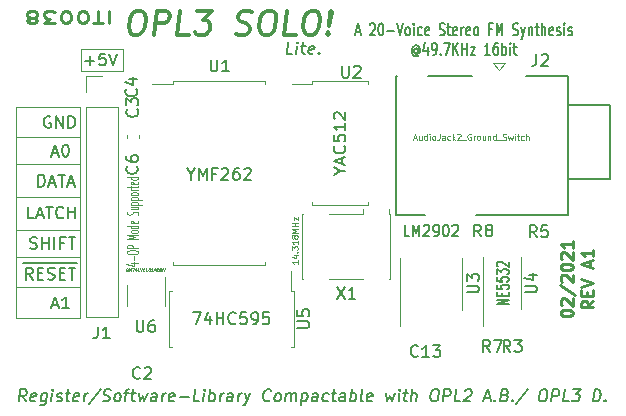
<source format=gbr>
G04 #@! TF.GenerationSoftware,KiCad,Pcbnew,(5.1.9)-1*
G04 #@! TF.CreationDate,2021-01-15T03:22:01+08:00*
G04 #@! TF.ProjectId,opl3,6f706c33-2e6b-4696-9361-645f70636258,rev?*
G04 #@! TF.SameCoordinates,Original*
G04 #@! TF.FileFunction,Legend,Top*
G04 #@! TF.FilePolarity,Positive*
%FSLAX46Y46*%
G04 Gerber Fmt 4.6, Leading zero omitted, Abs format (unit mm)*
G04 Created by KiCad (PCBNEW (5.1.9)-1) date 2021-01-15 03:22:01*
%MOMM*%
%LPD*%
G01*
G04 APERTURE LIST*
%ADD10C,0.150000*%
%ADD11C,0.087500*%
%ADD12C,0.200000*%
%ADD13C,0.120000*%
%ADD14C,0.250000*%
%ADD15C,0.300000*%
%ADD16C,0.100000*%
%ADD17C,0.062500*%
G04 APERTURE END LIST*
D10*
X125712419Y-122816880D02*
X125438610Y-122340690D01*
X125140991Y-122816880D02*
X125265991Y-121816880D01*
X125646943Y-121816880D01*
X125736229Y-121864500D01*
X125777895Y-121912119D01*
X125813610Y-122007357D01*
X125795752Y-122150214D01*
X125736229Y-122245452D01*
X125682657Y-122293071D01*
X125581467Y-122340690D01*
X125200514Y-122340690D01*
X126527895Y-122769261D02*
X126426705Y-122816880D01*
X126236229Y-122816880D01*
X126146943Y-122769261D01*
X126111229Y-122674023D01*
X126158848Y-122293071D01*
X126218372Y-122197833D01*
X126319562Y-122150214D01*
X126510038Y-122150214D01*
X126599324Y-122197833D01*
X126635038Y-122293071D01*
X126623133Y-122388309D01*
X126135038Y-122483547D01*
X127510038Y-122150214D02*
X127408848Y-122959738D01*
X127349324Y-123054976D01*
X127295752Y-123102595D01*
X127194562Y-123150214D01*
X127051705Y-123150214D01*
X126962419Y-123102595D01*
X127432657Y-122769261D02*
X127331467Y-122816880D01*
X127140991Y-122816880D01*
X127051705Y-122769261D01*
X127010038Y-122721642D01*
X126974324Y-122626404D01*
X127010038Y-122340690D01*
X127069562Y-122245452D01*
X127123133Y-122197833D01*
X127224324Y-122150214D01*
X127414800Y-122150214D01*
X127504086Y-122197833D01*
X127902895Y-122816880D02*
X127986229Y-122150214D01*
X128027895Y-121816880D02*
X127974324Y-121864500D01*
X128015991Y-121912119D01*
X128069562Y-121864500D01*
X128027895Y-121816880D01*
X128015991Y-121912119D01*
X128337419Y-122769261D02*
X128426705Y-122816880D01*
X128617181Y-122816880D01*
X128718372Y-122769261D01*
X128777895Y-122674023D01*
X128783848Y-122626404D01*
X128748133Y-122531166D01*
X128658848Y-122483547D01*
X128515991Y-122483547D01*
X128426705Y-122435928D01*
X128390991Y-122340690D01*
X128396943Y-122293071D01*
X128456467Y-122197833D01*
X128557657Y-122150214D01*
X128700514Y-122150214D01*
X128789800Y-122197833D01*
X129129086Y-122150214D02*
X129510038Y-122150214D01*
X129313610Y-121816880D02*
X129206467Y-122674023D01*
X129242181Y-122769261D01*
X129331467Y-122816880D01*
X129426705Y-122816880D01*
X130146943Y-122769261D02*
X130045752Y-122816880D01*
X129855276Y-122816880D01*
X129765991Y-122769261D01*
X129730276Y-122674023D01*
X129777895Y-122293071D01*
X129837419Y-122197833D01*
X129938610Y-122150214D01*
X130129086Y-122150214D01*
X130218372Y-122197833D01*
X130254086Y-122293071D01*
X130242181Y-122388309D01*
X129754086Y-122483547D01*
X130617181Y-122816880D02*
X130700514Y-122150214D01*
X130676705Y-122340690D02*
X130736229Y-122245452D01*
X130789800Y-122197833D01*
X130890991Y-122150214D01*
X130986229Y-122150214D01*
X132081467Y-121769261D02*
X131063610Y-123054976D01*
X132242181Y-122769261D02*
X132379086Y-122816880D01*
X132617181Y-122816880D01*
X132718372Y-122769261D01*
X132771943Y-122721642D01*
X132831467Y-122626404D01*
X132843372Y-122531166D01*
X132807657Y-122435928D01*
X132765991Y-122388309D01*
X132676705Y-122340690D01*
X132492181Y-122293071D01*
X132402895Y-122245452D01*
X132361229Y-122197833D01*
X132325514Y-122102595D01*
X132337419Y-122007357D01*
X132396943Y-121912119D01*
X132450514Y-121864500D01*
X132551705Y-121816880D01*
X132789800Y-121816880D01*
X132926705Y-121864500D01*
X133379086Y-122816880D02*
X133289800Y-122769261D01*
X133248133Y-122721642D01*
X133212419Y-122626404D01*
X133248133Y-122340690D01*
X133307657Y-122245452D01*
X133361229Y-122197833D01*
X133462419Y-122150214D01*
X133605276Y-122150214D01*
X133694562Y-122197833D01*
X133736229Y-122245452D01*
X133771943Y-122340690D01*
X133736229Y-122626404D01*
X133676705Y-122721642D01*
X133623133Y-122769261D01*
X133521943Y-122816880D01*
X133379086Y-122816880D01*
X134081467Y-122150214D02*
X134462419Y-122150214D01*
X134140991Y-122816880D02*
X134248133Y-121959738D01*
X134307657Y-121864500D01*
X134408848Y-121816880D01*
X134504086Y-121816880D01*
X134652895Y-122150214D02*
X135033848Y-122150214D01*
X134837419Y-121816880D02*
X134730276Y-122674023D01*
X134765991Y-122769261D01*
X134855276Y-122816880D01*
X134950514Y-122816880D01*
X135271943Y-122150214D02*
X135379086Y-122816880D01*
X135629086Y-122340690D01*
X135760038Y-122816880D01*
X136033848Y-122150214D01*
X136760038Y-122816880D02*
X136825514Y-122293071D01*
X136789800Y-122197833D01*
X136700514Y-122150214D01*
X136510038Y-122150214D01*
X136408848Y-122197833D01*
X136765991Y-122769261D02*
X136664800Y-122816880D01*
X136426705Y-122816880D01*
X136337419Y-122769261D01*
X136301705Y-122674023D01*
X136313610Y-122578785D01*
X136373133Y-122483547D01*
X136474324Y-122435928D01*
X136712419Y-122435928D01*
X136813610Y-122388309D01*
X137236229Y-122816880D02*
X137319562Y-122150214D01*
X137295752Y-122340690D02*
X137355276Y-122245452D01*
X137408848Y-122197833D01*
X137510038Y-122150214D01*
X137605276Y-122150214D01*
X138242181Y-122769261D02*
X138140991Y-122816880D01*
X137950514Y-122816880D01*
X137861229Y-122769261D01*
X137825514Y-122674023D01*
X137873133Y-122293071D01*
X137932657Y-122197833D01*
X138033848Y-122150214D01*
X138224324Y-122150214D01*
X138313610Y-122197833D01*
X138349324Y-122293071D01*
X138337419Y-122388309D01*
X137849324Y-122483547D01*
X138760038Y-122435928D02*
X139521943Y-122435928D01*
X140426705Y-122816880D02*
X139950514Y-122816880D01*
X140075514Y-121816880D01*
X140760038Y-122816880D02*
X140843372Y-122150214D01*
X140885038Y-121816880D02*
X140831467Y-121864500D01*
X140873133Y-121912119D01*
X140926705Y-121864500D01*
X140885038Y-121816880D01*
X140873133Y-121912119D01*
X141236229Y-122816880D02*
X141361229Y-121816880D01*
X141313610Y-122197833D02*
X141414800Y-122150214D01*
X141605276Y-122150214D01*
X141694562Y-122197833D01*
X141736229Y-122245452D01*
X141771943Y-122340690D01*
X141736229Y-122626404D01*
X141676705Y-122721642D01*
X141623133Y-122769261D01*
X141521943Y-122816880D01*
X141331467Y-122816880D01*
X141242181Y-122769261D01*
X142140991Y-122816880D02*
X142224324Y-122150214D01*
X142200514Y-122340690D02*
X142260038Y-122245452D01*
X142313610Y-122197833D01*
X142414800Y-122150214D01*
X142510038Y-122150214D01*
X143188610Y-122816880D02*
X143254086Y-122293071D01*
X143218372Y-122197833D01*
X143129086Y-122150214D01*
X142938610Y-122150214D01*
X142837419Y-122197833D01*
X143194562Y-122769261D02*
X143093372Y-122816880D01*
X142855276Y-122816880D01*
X142765991Y-122769261D01*
X142730276Y-122674023D01*
X142742181Y-122578785D01*
X142801705Y-122483547D01*
X142902895Y-122435928D01*
X143140991Y-122435928D01*
X143242181Y-122388309D01*
X143664800Y-122816880D02*
X143748133Y-122150214D01*
X143724324Y-122340690D02*
X143783848Y-122245452D01*
X143837419Y-122197833D01*
X143938610Y-122150214D01*
X144033848Y-122150214D01*
X144271943Y-122150214D02*
X144426705Y-122816880D01*
X144748133Y-122150214D02*
X144426705Y-122816880D01*
X144301705Y-123054976D01*
X144248133Y-123102595D01*
X144146943Y-123150214D01*
X146390991Y-122721642D02*
X146337419Y-122769261D01*
X146188610Y-122816880D01*
X146093372Y-122816880D01*
X145956467Y-122769261D01*
X145873133Y-122674023D01*
X145837419Y-122578785D01*
X145813610Y-122388309D01*
X145831467Y-122245452D01*
X145902895Y-122054976D01*
X145962419Y-121959738D01*
X146069562Y-121864500D01*
X146218372Y-121816880D01*
X146313610Y-121816880D01*
X146450514Y-121864500D01*
X146492181Y-121912119D01*
X146950514Y-122816880D02*
X146861229Y-122769261D01*
X146819562Y-122721642D01*
X146783848Y-122626404D01*
X146819562Y-122340690D01*
X146879086Y-122245452D01*
X146932657Y-122197833D01*
X147033848Y-122150214D01*
X147176705Y-122150214D01*
X147265991Y-122197833D01*
X147307657Y-122245452D01*
X147343372Y-122340690D01*
X147307657Y-122626404D01*
X147248133Y-122721642D01*
X147194562Y-122769261D01*
X147093372Y-122816880D01*
X146950514Y-122816880D01*
X147712419Y-122816880D02*
X147795752Y-122150214D01*
X147783848Y-122245452D02*
X147837419Y-122197833D01*
X147938610Y-122150214D01*
X148081467Y-122150214D01*
X148170752Y-122197833D01*
X148206467Y-122293071D01*
X148140991Y-122816880D01*
X148206467Y-122293071D02*
X148265991Y-122197833D01*
X148367181Y-122150214D01*
X148510038Y-122150214D01*
X148599324Y-122197833D01*
X148635038Y-122293071D01*
X148569562Y-122816880D01*
X149129086Y-122150214D02*
X149004086Y-123150214D01*
X149123133Y-122197833D02*
X149224324Y-122150214D01*
X149414800Y-122150214D01*
X149504086Y-122197833D01*
X149545752Y-122245452D01*
X149581467Y-122340690D01*
X149545752Y-122626404D01*
X149486229Y-122721642D01*
X149432657Y-122769261D01*
X149331467Y-122816880D01*
X149140991Y-122816880D01*
X149051705Y-122769261D01*
X150379086Y-122816880D02*
X150444562Y-122293071D01*
X150408848Y-122197833D01*
X150319562Y-122150214D01*
X150129086Y-122150214D01*
X150027895Y-122197833D01*
X150385038Y-122769261D02*
X150283848Y-122816880D01*
X150045752Y-122816880D01*
X149956467Y-122769261D01*
X149920752Y-122674023D01*
X149932657Y-122578785D01*
X149992181Y-122483547D01*
X150093372Y-122435928D01*
X150331467Y-122435928D01*
X150432657Y-122388309D01*
X151289800Y-122769261D02*
X151188610Y-122816880D01*
X150998133Y-122816880D01*
X150908848Y-122769261D01*
X150867181Y-122721642D01*
X150831467Y-122626404D01*
X150867181Y-122340690D01*
X150926705Y-122245452D01*
X150980276Y-122197833D01*
X151081467Y-122150214D01*
X151271943Y-122150214D01*
X151361229Y-122197833D01*
X151652895Y-122150214D02*
X152033848Y-122150214D01*
X151837419Y-121816880D02*
X151730276Y-122674023D01*
X151765991Y-122769261D01*
X151855276Y-122816880D01*
X151950514Y-122816880D01*
X152712419Y-122816880D02*
X152777895Y-122293071D01*
X152742181Y-122197833D01*
X152652895Y-122150214D01*
X152462419Y-122150214D01*
X152361229Y-122197833D01*
X152718372Y-122769261D02*
X152617181Y-122816880D01*
X152379086Y-122816880D01*
X152289800Y-122769261D01*
X152254086Y-122674023D01*
X152265991Y-122578785D01*
X152325514Y-122483547D01*
X152426705Y-122435928D01*
X152664800Y-122435928D01*
X152765991Y-122388309D01*
X153188610Y-122816880D02*
X153313610Y-121816880D01*
X153265991Y-122197833D02*
X153367181Y-122150214D01*
X153557657Y-122150214D01*
X153646943Y-122197833D01*
X153688610Y-122245452D01*
X153724324Y-122340690D01*
X153688610Y-122626404D01*
X153629086Y-122721642D01*
X153575514Y-122769261D01*
X153474324Y-122816880D01*
X153283848Y-122816880D01*
X153194562Y-122769261D01*
X154236229Y-122816880D02*
X154146943Y-122769261D01*
X154111229Y-122674023D01*
X154218372Y-121816880D01*
X155004086Y-122769261D02*
X154902895Y-122816880D01*
X154712419Y-122816880D01*
X154623133Y-122769261D01*
X154587419Y-122674023D01*
X154635038Y-122293071D01*
X154694562Y-122197833D01*
X154795752Y-122150214D01*
X154986229Y-122150214D01*
X155075514Y-122197833D01*
X155111229Y-122293071D01*
X155099324Y-122388309D01*
X154611229Y-122483547D01*
X156224324Y-122150214D02*
X156331467Y-122816880D01*
X156581467Y-122340690D01*
X156712419Y-122816880D01*
X156986229Y-122150214D01*
X157283848Y-122816880D02*
X157367181Y-122150214D01*
X157408848Y-121816880D02*
X157355276Y-121864500D01*
X157396943Y-121912119D01*
X157450514Y-121864500D01*
X157408848Y-121816880D01*
X157396943Y-121912119D01*
X157700514Y-122150214D02*
X158081467Y-122150214D01*
X157885038Y-121816880D02*
X157777895Y-122674023D01*
X157813610Y-122769261D01*
X157902895Y-122816880D01*
X157998133Y-122816880D01*
X158331467Y-122816880D02*
X158456467Y-121816880D01*
X158760038Y-122816880D02*
X158825514Y-122293071D01*
X158789800Y-122197833D01*
X158700514Y-122150214D01*
X158557657Y-122150214D01*
X158456467Y-122197833D01*
X158402895Y-122245452D01*
X160313610Y-121816880D02*
X160504086Y-121816880D01*
X160593372Y-121864500D01*
X160676705Y-121959738D01*
X160700514Y-122150214D01*
X160658848Y-122483547D01*
X160587419Y-122674023D01*
X160480276Y-122769261D01*
X160379086Y-122816880D01*
X160188610Y-122816880D01*
X160099324Y-122769261D01*
X160015991Y-122674023D01*
X159992181Y-122483547D01*
X160033848Y-122150214D01*
X160105276Y-121959738D01*
X160212419Y-121864500D01*
X160313610Y-121816880D01*
X161045752Y-122816880D02*
X161170752Y-121816880D01*
X161551705Y-121816880D01*
X161640991Y-121864500D01*
X161682657Y-121912119D01*
X161718372Y-122007357D01*
X161700514Y-122150214D01*
X161640991Y-122245452D01*
X161587419Y-122293071D01*
X161486229Y-122340690D01*
X161105276Y-122340690D01*
X162521943Y-122816880D02*
X162045752Y-122816880D01*
X162170752Y-121816880D01*
X162920752Y-121912119D02*
X162974324Y-121864500D01*
X163075514Y-121816880D01*
X163313610Y-121816880D01*
X163402895Y-121864500D01*
X163444562Y-121912119D01*
X163480276Y-122007357D01*
X163468372Y-122102595D01*
X163402895Y-122245452D01*
X162760038Y-122816880D01*
X163379086Y-122816880D01*
X164557657Y-122531166D02*
X165033848Y-122531166D01*
X164426705Y-122816880D02*
X164885038Y-121816880D01*
X165093372Y-122816880D01*
X165438610Y-122721642D02*
X165480276Y-122769261D01*
X165426705Y-122816880D01*
X165385038Y-122769261D01*
X165438610Y-122721642D01*
X165426705Y-122816880D01*
X166301705Y-122293071D02*
X166438610Y-122340690D01*
X166480276Y-122388309D01*
X166515991Y-122483547D01*
X166498133Y-122626404D01*
X166438610Y-122721642D01*
X166385038Y-122769261D01*
X166283848Y-122816880D01*
X165902895Y-122816880D01*
X166027895Y-121816880D01*
X166361229Y-121816880D01*
X166450514Y-121864500D01*
X166492181Y-121912119D01*
X166527895Y-122007357D01*
X166515991Y-122102595D01*
X166456467Y-122197833D01*
X166402895Y-122245452D01*
X166301705Y-122293071D01*
X165968372Y-122293071D01*
X166914800Y-122721642D02*
X166956467Y-122769261D01*
X166902895Y-122816880D01*
X166861229Y-122769261D01*
X166914800Y-122721642D01*
X166902895Y-122816880D01*
X168224324Y-121769261D02*
X167206467Y-123054976D01*
X169504086Y-121816880D02*
X169694562Y-121816880D01*
X169783848Y-121864500D01*
X169867181Y-121959738D01*
X169890991Y-122150214D01*
X169849324Y-122483547D01*
X169777895Y-122674023D01*
X169670752Y-122769261D01*
X169569562Y-122816880D01*
X169379086Y-122816880D01*
X169289800Y-122769261D01*
X169206467Y-122674023D01*
X169182657Y-122483547D01*
X169224324Y-122150214D01*
X169295752Y-121959738D01*
X169402895Y-121864500D01*
X169504086Y-121816880D01*
X170236229Y-122816880D02*
X170361229Y-121816880D01*
X170742181Y-121816880D01*
X170831467Y-121864500D01*
X170873133Y-121912119D01*
X170908848Y-122007357D01*
X170890991Y-122150214D01*
X170831467Y-122245452D01*
X170777895Y-122293071D01*
X170676705Y-122340690D01*
X170295752Y-122340690D01*
X171712419Y-122816880D02*
X171236229Y-122816880D01*
X171361229Y-121816880D01*
X172075514Y-121816880D02*
X172694562Y-121816880D01*
X172313610Y-122197833D01*
X172456467Y-122197833D01*
X172545752Y-122245452D01*
X172587419Y-122293071D01*
X172623133Y-122388309D01*
X172593372Y-122626404D01*
X172533848Y-122721642D01*
X172480276Y-122769261D01*
X172379086Y-122816880D01*
X172093372Y-122816880D01*
X172004086Y-122769261D01*
X171962419Y-122721642D01*
X173760038Y-122816880D02*
X173885038Y-121816880D01*
X174123133Y-121816880D01*
X174260038Y-121864500D01*
X174343372Y-121959738D01*
X174379086Y-122054976D01*
X174402895Y-122245452D01*
X174385038Y-122388309D01*
X174313610Y-122578785D01*
X174254086Y-122674023D01*
X174146943Y-122769261D01*
X173998133Y-122816880D01*
X173760038Y-122816880D01*
X174771943Y-122721642D02*
X174813610Y-122769261D01*
X174760038Y-122816880D01*
X174718372Y-122769261D01*
X174771943Y-122721642D01*
X174760038Y-122816880D01*
D11*
X134596214Y-111115428D02*
X135262880Y-111115428D01*
X134215261Y-111222571D02*
X134929547Y-111329714D01*
X134929547Y-111051142D01*
X134881928Y-110879714D02*
X134881928Y-110536857D01*
X134262880Y-110236857D02*
X134262880Y-110151142D01*
X134310500Y-110108285D01*
X134405738Y-110065428D01*
X134596214Y-110044000D01*
X134929547Y-110044000D01*
X135120023Y-110065428D01*
X135215261Y-110108285D01*
X135262880Y-110151142D01*
X135262880Y-110236857D01*
X135215261Y-110279714D01*
X135120023Y-110322571D01*
X134929547Y-110344000D01*
X134596214Y-110344000D01*
X134405738Y-110322571D01*
X134310500Y-110279714D01*
X134262880Y-110236857D01*
X135262880Y-109851142D02*
X134262880Y-109851142D01*
X134262880Y-109679714D01*
X134310500Y-109636857D01*
X134358119Y-109615428D01*
X134453357Y-109594000D01*
X134596214Y-109594000D01*
X134691452Y-109615428D01*
X134739071Y-109636857D01*
X134786690Y-109679714D01*
X134786690Y-109851142D01*
X135262880Y-109058285D02*
X134262880Y-109058285D01*
X134977166Y-108908285D01*
X134262880Y-108758285D01*
X135262880Y-108758285D01*
X135262880Y-108479714D02*
X135215261Y-108522571D01*
X135167642Y-108544000D01*
X135072404Y-108565428D01*
X134786690Y-108565428D01*
X134691452Y-108544000D01*
X134643833Y-108522571D01*
X134596214Y-108479714D01*
X134596214Y-108415428D01*
X134643833Y-108372571D01*
X134691452Y-108351142D01*
X134786690Y-108329714D01*
X135072404Y-108329714D01*
X135167642Y-108351142D01*
X135215261Y-108372571D01*
X135262880Y-108415428D01*
X135262880Y-108479714D01*
X135262880Y-107944000D02*
X134262880Y-107944000D01*
X135215261Y-107944000D02*
X135262880Y-107986857D01*
X135262880Y-108072571D01*
X135215261Y-108115428D01*
X135167642Y-108136857D01*
X135072404Y-108158285D01*
X134786690Y-108158285D01*
X134691452Y-108136857D01*
X134643833Y-108115428D01*
X134596214Y-108072571D01*
X134596214Y-107986857D01*
X134643833Y-107944000D01*
X135215261Y-107558285D02*
X135262880Y-107601142D01*
X135262880Y-107686857D01*
X135215261Y-107729714D01*
X135120023Y-107751142D01*
X134739071Y-107751142D01*
X134643833Y-107729714D01*
X134596214Y-107686857D01*
X134596214Y-107601142D01*
X134643833Y-107558285D01*
X134739071Y-107536857D01*
X134834309Y-107536857D01*
X134929547Y-107751142D01*
X135215261Y-107022571D02*
X135262880Y-106958285D01*
X135262880Y-106851142D01*
X135215261Y-106808285D01*
X135167642Y-106786857D01*
X135072404Y-106765428D01*
X134977166Y-106765428D01*
X134881928Y-106786857D01*
X134834309Y-106808285D01*
X134786690Y-106851142D01*
X134739071Y-106936857D01*
X134691452Y-106979714D01*
X134643833Y-107001142D01*
X134548595Y-107022571D01*
X134453357Y-107022571D01*
X134358119Y-107001142D01*
X134310500Y-106979714D01*
X134262880Y-106936857D01*
X134262880Y-106829714D01*
X134310500Y-106765428D01*
X134596214Y-106379714D02*
X135262880Y-106379714D01*
X134596214Y-106572571D02*
X135120023Y-106572571D01*
X135215261Y-106551142D01*
X135262880Y-106508285D01*
X135262880Y-106444000D01*
X135215261Y-106401142D01*
X135167642Y-106379714D01*
X134596214Y-106165428D02*
X135596214Y-106165428D01*
X134643833Y-106165428D02*
X134596214Y-106122571D01*
X134596214Y-106036857D01*
X134643833Y-105994000D01*
X134691452Y-105972571D01*
X134786690Y-105951142D01*
X135072404Y-105951142D01*
X135167642Y-105972571D01*
X135215261Y-105994000D01*
X135262880Y-106036857D01*
X135262880Y-106122571D01*
X135215261Y-106165428D01*
X134596214Y-105758285D02*
X135596214Y-105758285D01*
X134643833Y-105758285D02*
X134596214Y-105715428D01*
X134596214Y-105629714D01*
X134643833Y-105586857D01*
X134691452Y-105565428D01*
X134786690Y-105544000D01*
X135072404Y-105544000D01*
X135167642Y-105565428D01*
X135215261Y-105586857D01*
X135262880Y-105629714D01*
X135262880Y-105715428D01*
X135215261Y-105758285D01*
X135262880Y-105286857D02*
X135215261Y-105329714D01*
X135167642Y-105351142D01*
X135072404Y-105372571D01*
X134786690Y-105372571D01*
X134691452Y-105351142D01*
X134643833Y-105329714D01*
X134596214Y-105286857D01*
X134596214Y-105222571D01*
X134643833Y-105179714D01*
X134691452Y-105158285D01*
X134786690Y-105136857D01*
X135072404Y-105136857D01*
X135167642Y-105158285D01*
X135215261Y-105179714D01*
X135262880Y-105222571D01*
X135262880Y-105286857D01*
X135262880Y-104944000D02*
X134596214Y-104944000D01*
X134786690Y-104944000D02*
X134691452Y-104922571D01*
X134643833Y-104901142D01*
X134596214Y-104858285D01*
X134596214Y-104815428D01*
X134596214Y-104729714D02*
X134596214Y-104558285D01*
X134262880Y-104665428D02*
X135120023Y-104665428D01*
X135215261Y-104644000D01*
X135262880Y-104601142D01*
X135262880Y-104558285D01*
X135215261Y-104236857D02*
X135262880Y-104279714D01*
X135262880Y-104365428D01*
X135215261Y-104408285D01*
X135120023Y-104429714D01*
X134739071Y-104429714D01*
X134643833Y-104408285D01*
X134596214Y-104365428D01*
X134596214Y-104279714D01*
X134643833Y-104236857D01*
X134739071Y-104215428D01*
X134834309Y-104215428D01*
X134929547Y-104429714D01*
X135262880Y-103829714D02*
X134262880Y-103829714D01*
X135215261Y-103829714D02*
X135262880Y-103872571D01*
X135262880Y-103958285D01*
X135215261Y-104001142D01*
X135167642Y-104022571D01*
X135072404Y-104044000D01*
X134786690Y-104044000D01*
X134691452Y-104022571D01*
X134643833Y-104001142D01*
X134596214Y-103958285D01*
X134596214Y-103872571D01*
X134643833Y-103829714D01*
D10*
X153653285Y-91543666D02*
X154010428Y-91543666D01*
X153581857Y-91829380D02*
X153831857Y-90829380D01*
X154081857Y-91829380D01*
X154867571Y-90924619D02*
X154903285Y-90877000D01*
X154974714Y-90829380D01*
X155153285Y-90829380D01*
X155224714Y-90877000D01*
X155260428Y-90924619D01*
X155296142Y-91019857D01*
X155296142Y-91115095D01*
X155260428Y-91257952D01*
X154831857Y-91829380D01*
X155296142Y-91829380D01*
X155760428Y-90829380D02*
X155831857Y-90829380D01*
X155903285Y-90877000D01*
X155939000Y-90924619D01*
X155974714Y-91019857D01*
X156010428Y-91210333D01*
X156010428Y-91448428D01*
X155974714Y-91638904D01*
X155939000Y-91734142D01*
X155903285Y-91781761D01*
X155831857Y-91829380D01*
X155760428Y-91829380D01*
X155689000Y-91781761D01*
X155653285Y-91734142D01*
X155617571Y-91638904D01*
X155581857Y-91448428D01*
X155581857Y-91210333D01*
X155617571Y-91019857D01*
X155653285Y-90924619D01*
X155689000Y-90877000D01*
X155760428Y-90829380D01*
X156331857Y-91448428D02*
X156903285Y-91448428D01*
X157153285Y-90829380D02*
X157403285Y-91829380D01*
X157653285Y-90829380D01*
X158010428Y-91829380D02*
X157939000Y-91781761D01*
X157903285Y-91734142D01*
X157867571Y-91638904D01*
X157867571Y-91353190D01*
X157903285Y-91257952D01*
X157939000Y-91210333D01*
X158010428Y-91162714D01*
X158117571Y-91162714D01*
X158189000Y-91210333D01*
X158224714Y-91257952D01*
X158260428Y-91353190D01*
X158260428Y-91638904D01*
X158224714Y-91734142D01*
X158189000Y-91781761D01*
X158117571Y-91829380D01*
X158010428Y-91829380D01*
X158581857Y-91829380D02*
X158581857Y-91162714D01*
X158581857Y-90829380D02*
X158546142Y-90877000D01*
X158581857Y-90924619D01*
X158617571Y-90877000D01*
X158581857Y-90829380D01*
X158581857Y-90924619D01*
X159260428Y-91781761D02*
X159189000Y-91829380D01*
X159046142Y-91829380D01*
X158974714Y-91781761D01*
X158939000Y-91734142D01*
X158903285Y-91638904D01*
X158903285Y-91353190D01*
X158939000Y-91257952D01*
X158974714Y-91210333D01*
X159046142Y-91162714D01*
X159189000Y-91162714D01*
X159260428Y-91210333D01*
X159867571Y-91781761D02*
X159796142Y-91829380D01*
X159653285Y-91829380D01*
X159581857Y-91781761D01*
X159546142Y-91686523D01*
X159546142Y-91305571D01*
X159581857Y-91210333D01*
X159653285Y-91162714D01*
X159796142Y-91162714D01*
X159867571Y-91210333D01*
X159903285Y-91305571D01*
X159903285Y-91400809D01*
X159546142Y-91496047D01*
X160760428Y-91781761D02*
X160867571Y-91829380D01*
X161046142Y-91829380D01*
X161117571Y-91781761D01*
X161153285Y-91734142D01*
X161189000Y-91638904D01*
X161189000Y-91543666D01*
X161153285Y-91448428D01*
X161117571Y-91400809D01*
X161046142Y-91353190D01*
X160903285Y-91305571D01*
X160831857Y-91257952D01*
X160796142Y-91210333D01*
X160760428Y-91115095D01*
X160760428Y-91019857D01*
X160796142Y-90924619D01*
X160831857Y-90877000D01*
X160903285Y-90829380D01*
X161081857Y-90829380D01*
X161189000Y-90877000D01*
X161403285Y-91162714D02*
X161689000Y-91162714D01*
X161510428Y-90829380D02*
X161510428Y-91686523D01*
X161546142Y-91781761D01*
X161617571Y-91829380D01*
X161689000Y-91829380D01*
X162224714Y-91781761D02*
X162153285Y-91829380D01*
X162010428Y-91829380D01*
X161939000Y-91781761D01*
X161903285Y-91686523D01*
X161903285Y-91305571D01*
X161939000Y-91210333D01*
X162010428Y-91162714D01*
X162153285Y-91162714D01*
X162224714Y-91210333D01*
X162260428Y-91305571D01*
X162260428Y-91400809D01*
X161903285Y-91496047D01*
X162581857Y-91829380D02*
X162581857Y-91162714D01*
X162581857Y-91353190D02*
X162617571Y-91257952D01*
X162653285Y-91210333D01*
X162724714Y-91162714D01*
X162796142Y-91162714D01*
X163331857Y-91781761D02*
X163260428Y-91829380D01*
X163117571Y-91829380D01*
X163046142Y-91781761D01*
X163010428Y-91686523D01*
X163010428Y-91305571D01*
X163046142Y-91210333D01*
X163117571Y-91162714D01*
X163260428Y-91162714D01*
X163331857Y-91210333D01*
X163367571Y-91305571D01*
X163367571Y-91400809D01*
X163010428Y-91496047D01*
X163796142Y-91829380D02*
X163724714Y-91781761D01*
X163689000Y-91734142D01*
X163653285Y-91638904D01*
X163653285Y-91353190D01*
X163689000Y-91257952D01*
X163724714Y-91210333D01*
X163796142Y-91162714D01*
X163903285Y-91162714D01*
X163974714Y-91210333D01*
X164010428Y-91257952D01*
X164046142Y-91353190D01*
X164046142Y-91638904D01*
X164010428Y-91734142D01*
X163974714Y-91781761D01*
X163903285Y-91829380D01*
X163796142Y-91829380D01*
X165189000Y-91305571D02*
X164939000Y-91305571D01*
X164939000Y-91829380D02*
X164939000Y-90829380D01*
X165296142Y-90829380D01*
X165581857Y-91829380D02*
X165581857Y-90829380D01*
X165831857Y-91543666D01*
X166081857Y-90829380D01*
X166081857Y-91829380D01*
X166974714Y-91781761D02*
X167081857Y-91829380D01*
X167260428Y-91829380D01*
X167331857Y-91781761D01*
X167367571Y-91734142D01*
X167403285Y-91638904D01*
X167403285Y-91543666D01*
X167367571Y-91448428D01*
X167331857Y-91400809D01*
X167260428Y-91353190D01*
X167117571Y-91305571D01*
X167046142Y-91257952D01*
X167010428Y-91210333D01*
X166974714Y-91115095D01*
X166974714Y-91019857D01*
X167010428Y-90924619D01*
X167046142Y-90877000D01*
X167117571Y-90829380D01*
X167296142Y-90829380D01*
X167403285Y-90877000D01*
X167653285Y-91162714D02*
X167831857Y-91829380D01*
X168010428Y-91162714D02*
X167831857Y-91829380D01*
X167760428Y-92067476D01*
X167724714Y-92115095D01*
X167653285Y-92162714D01*
X168296142Y-91162714D02*
X168296142Y-91829380D01*
X168296142Y-91257952D02*
X168331857Y-91210333D01*
X168403285Y-91162714D01*
X168510428Y-91162714D01*
X168581857Y-91210333D01*
X168617571Y-91305571D01*
X168617571Y-91829380D01*
X168867571Y-91162714D02*
X169153285Y-91162714D01*
X168974714Y-90829380D02*
X168974714Y-91686523D01*
X169010428Y-91781761D01*
X169081857Y-91829380D01*
X169153285Y-91829380D01*
X169403285Y-91829380D02*
X169403285Y-90829380D01*
X169724714Y-91829380D02*
X169724714Y-91305571D01*
X169689000Y-91210333D01*
X169617571Y-91162714D01*
X169510428Y-91162714D01*
X169439000Y-91210333D01*
X169403285Y-91257952D01*
X170367571Y-91781761D02*
X170296142Y-91829380D01*
X170153285Y-91829380D01*
X170081857Y-91781761D01*
X170046142Y-91686523D01*
X170046142Y-91305571D01*
X170081857Y-91210333D01*
X170153285Y-91162714D01*
X170296142Y-91162714D01*
X170367571Y-91210333D01*
X170403285Y-91305571D01*
X170403285Y-91400809D01*
X170046142Y-91496047D01*
X170689000Y-91781761D02*
X170760428Y-91829380D01*
X170903285Y-91829380D01*
X170974714Y-91781761D01*
X171010428Y-91686523D01*
X171010428Y-91638904D01*
X170974714Y-91543666D01*
X170903285Y-91496047D01*
X170796142Y-91496047D01*
X170724714Y-91448428D01*
X170689000Y-91353190D01*
X170689000Y-91305571D01*
X170724714Y-91210333D01*
X170796142Y-91162714D01*
X170903285Y-91162714D01*
X170974714Y-91210333D01*
X171331857Y-91829380D02*
X171331857Y-91162714D01*
X171331857Y-90829380D02*
X171296142Y-90877000D01*
X171331857Y-90924619D01*
X171367571Y-90877000D01*
X171331857Y-90829380D01*
X171331857Y-90924619D01*
X171653285Y-91781761D02*
X171724714Y-91829380D01*
X171867571Y-91829380D01*
X171939000Y-91781761D01*
X171974714Y-91686523D01*
X171974714Y-91638904D01*
X171939000Y-91543666D01*
X171867571Y-91496047D01*
X171760428Y-91496047D01*
X171689000Y-91448428D01*
X171653285Y-91353190D01*
X171653285Y-91305571D01*
X171689000Y-91210333D01*
X171760428Y-91162714D01*
X171867571Y-91162714D01*
X171939000Y-91210333D01*
X158921142Y-93003190D02*
X158885428Y-92955571D01*
X158814000Y-92907952D01*
X158742571Y-92907952D01*
X158671142Y-92955571D01*
X158635428Y-93003190D01*
X158599714Y-93098428D01*
X158599714Y-93193666D01*
X158635428Y-93288904D01*
X158671142Y-93336523D01*
X158742571Y-93384142D01*
X158814000Y-93384142D01*
X158885428Y-93336523D01*
X158921142Y-93288904D01*
X158921142Y-92907952D02*
X158921142Y-93288904D01*
X158956857Y-93336523D01*
X158992571Y-93336523D01*
X159064000Y-93288904D01*
X159099714Y-93193666D01*
X159099714Y-92955571D01*
X159028285Y-92812714D01*
X158921142Y-92717476D01*
X158778285Y-92669857D01*
X158635428Y-92717476D01*
X158528285Y-92812714D01*
X158456857Y-92955571D01*
X158421142Y-93146047D01*
X158456857Y-93336523D01*
X158528285Y-93479380D01*
X158635428Y-93574619D01*
X158778285Y-93622238D01*
X158921142Y-93574619D01*
X159028285Y-93479380D01*
X159742571Y-92812714D02*
X159742571Y-93479380D01*
X159564000Y-92431761D02*
X159385428Y-93146047D01*
X159849714Y-93146047D01*
X160171142Y-93479380D02*
X160314000Y-93479380D01*
X160385428Y-93431761D01*
X160421142Y-93384142D01*
X160492571Y-93241285D01*
X160528285Y-93050809D01*
X160528285Y-92669857D01*
X160492571Y-92574619D01*
X160456857Y-92527000D01*
X160385428Y-92479380D01*
X160242571Y-92479380D01*
X160171142Y-92527000D01*
X160135428Y-92574619D01*
X160099714Y-92669857D01*
X160099714Y-92907952D01*
X160135428Y-93003190D01*
X160171142Y-93050809D01*
X160242571Y-93098428D01*
X160385428Y-93098428D01*
X160456857Y-93050809D01*
X160492571Y-93003190D01*
X160528285Y-92907952D01*
X160849714Y-93384142D02*
X160885428Y-93431761D01*
X160849714Y-93479380D01*
X160814000Y-93431761D01*
X160849714Y-93384142D01*
X160849714Y-93479380D01*
X161135428Y-92479380D02*
X161635428Y-92479380D01*
X161314000Y-93479380D01*
X161921142Y-93479380D02*
X161921142Y-92479380D01*
X162349714Y-93479380D02*
X162028285Y-92907952D01*
X162349714Y-92479380D02*
X161921142Y-93050809D01*
X162671142Y-93479380D02*
X162671142Y-92479380D01*
X162671142Y-92955571D02*
X163099714Y-92955571D01*
X163099714Y-93479380D02*
X163099714Y-92479380D01*
X163385428Y-92812714D02*
X163778285Y-92812714D01*
X163385428Y-93479380D01*
X163778285Y-93479380D01*
X165028285Y-93479380D02*
X164599714Y-93479380D01*
X164814000Y-93479380D02*
X164814000Y-92479380D01*
X164742571Y-92622238D01*
X164671142Y-92717476D01*
X164599714Y-92765095D01*
X165671142Y-92479380D02*
X165528285Y-92479380D01*
X165456857Y-92527000D01*
X165421142Y-92574619D01*
X165349714Y-92717476D01*
X165314000Y-92907952D01*
X165314000Y-93288904D01*
X165349714Y-93384142D01*
X165385428Y-93431761D01*
X165456857Y-93479380D01*
X165599714Y-93479380D01*
X165671142Y-93431761D01*
X165706857Y-93384142D01*
X165742571Y-93288904D01*
X165742571Y-93050809D01*
X165706857Y-92955571D01*
X165671142Y-92907952D01*
X165599714Y-92860333D01*
X165456857Y-92860333D01*
X165385428Y-92907952D01*
X165349714Y-92955571D01*
X165314000Y-93050809D01*
X166064000Y-93479380D02*
X166064000Y-92479380D01*
X166064000Y-92860333D02*
X166135428Y-92812714D01*
X166278285Y-92812714D01*
X166349714Y-92860333D01*
X166385428Y-92907952D01*
X166421142Y-93003190D01*
X166421142Y-93288904D01*
X166385428Y-93384142D01*
X166349714Y-93431761D01*
X166278285Y-93479380D01*
X166135428Y-93479380D01*
X166064000Y-93431761D01*
X166742571Y-93479380D02*
X166742571Y-92812714D01*
X166742571Y-92479380D02*
X166706857Y-92527000D01*
X166742571Y-92574619D01*
X166778285Y-92527000D01*
X166742571Y-92479380D01*
X166742571Y-92574619D01*
X166992571Y-92812714D02*
X167278285Y-92812714D01*
X167099714Y-92479380D02*
X167099714Y-93336523D01*
X167135428Y-93431761D01*
X167206857Y-93479380D01*
X167278285Y-93479380D01*
D12*
X148303500Y-93416380D02*
X147827309Y-93416380D01*
X147952309Y-92416380D01*
X148636833Y-93416380D02*
X148720166Y-92749714D01*
X148761833Y-92416380D02*
X148708261Y-92464000D01*
X148749928Y-92511619D01*
X148803500Y-92464000D01*
X148761833Y-92416380D01*
X148749928Y-92511619D01*
X149053500Y-92749714D02*
X149434452Y-92749714D01*
X149238023Y-92416380D02*
X149130880Y-93273523D01*
X149166595Y-93368761D01*
X149255880Y-93416380D01*
X149351119Y-93416380D01*
X150071357Y-93368761D02*
X149970166Y-93416380D01*
X149779690Y-93416380D01*
X149690404Y-93368761D01*
X149654690Y-93273523D01*
X149702309Y-92892571D01*
X149761833Y-92797333D01*
X149863023Y-92749714D01*
X150053500Y-92749714D01*
X150142785Y-92797333D01*
X150178500Y-92892571D01*
X150166595Y-92987809D01*
X149678500Y-93083047D01*
X150553500Y-93321142D02*
X150595166Y-93368761D01*
X150541595Y-93416380D01*
X150499928Y-93368761D01*
X150553500Y-93321142D01*
X150541595Y-93416380D01*
D13*
X124866400Y-97891600D02*
X125145800Y-97891600D01*
X124866400Y-98374200D02*
X124866400Y-97891600D01*
X130327400Y-97891600D02*
X125095000Y-97891600D01*
X130327400Y-98374200D02*
X130327400Y-97891600D01*
X130378200Y-94691200D02*
X130378200Y-92964000D01*
X133934200Y-94818200D02*
X133934200Y-92964000D01*
X133908800Y-92964000D02*
X130403600Y-92964000D01*
D14*
X132765371Y-89793819D02*
X132765371Y-90793819D01*
X132265371Y-90793819D02*
X131408228Y-90793819D01*
X131836800Y-89793819D02*
X131836800Y-90793819D01*
X130622514Y-90793819D02*
X130479657Y-90793819D01*
X130336800Y-90746200D01*
X130265371Y-90698580D01*
X130193942Y-90603342D01*
X130122514Y-90412866D01*
X130122514Y-90174771D01*
X130193942Y-89984295D01*
X130265371Y-89889057D01*
X130336800Y-89841438D01*
X130479657Y-89793819D01*
X130622514Y-89793819D01*
X130765371Y-89841438D01*
X130836800Y-89889057D01*
X130908228Y-89984295D01*
X130979657Y-90174771D01*
X130979657Y-90412866D01*
X130908228Y-90603342D01*
X130836800Y-90698580D01*
X130765371Y-90746200D01*
X130622514Y-90793819D01*
X129193942Y-90793819D02*
X129051085Y-90793819D01*
X128908228Y-90746200D01*
X128836800Y-90698580D01*
X128765371Y-90603342D01*
X128693942Y-90412866D01*
X128693942Y-90174771D01*
X128765371Y-89984295D01*
X128836800Y-89889057D01*
X128908228Y-89841438D01*
X129051085Y-89793819D01*
X129193942Y-89793819D01*
X129336800Y-89841438D01*
X129408228Y-89889057D01*
X129479657Y-89984295D01*
X129551085Y-90174771D01*
X129551085Y-90412866D01*
X129479657Y-90603342D01*
X129408228Y-90698580D01*
X129336800Y-90746200D01*
X129193942Y-90793819D01*
X128193942Y-90793819D02*
X127265371Y-90793819D01*
X127765371Y-90412866D01*
X127551085Y-90412866D01*
X127408228Y-90365247D01*
X127336800Y-90317628D01*
X127265371Y-90222390D01*
X127265371Y-89984295D01*
X127336800Y-89889057D01*
X127408228Y-89841438D01*
X127551085Y-89793819D01*
X127979657Y-89793819D01*
X128122514Y-89841438D01*
X128193942Y-89889057D01*
X126408228Y-90365247D02*
X126551085Y-90412866D01*
X126622514Y-90460485D01*
X126693942Y-90555723D01*
X126693942Y-90603342D01*
X126622514Y-90698580D01*
X126551085Y-90746200D01*
X126408228Y-90793819D01*
X126122514Y-90793819D01*
X125979657Y-90746200D01*
X125908228Y-90698580D01*
X125836800Y-90603342D01*
X125836800Y-90555723D01*
X125908228Y-90460485D01*
X125979657Y-90412866D01*
X126122514Y-90365247D01*
X126408228Y-90365247D01*
X126551085Y-90317628D01*
X126622514Y-90270009D01*
X126693942Y-90174771D01*
X126693942Y-89984295D01*
X126622514Y-89889057D01*
X126551085Y-89841438D01*
X126408228Y-89793819D01*
X126122514Y-89793819D01*
X125979657Y-89841438D01*
X125908228Y-89889057D01*
X125836800Y-89984295D01*
X125836800Y-90174771D01*
X125908228Y-90270009D01*
X125979657Y-90317628D01*
X126122514Y-90365247D01*
X171017980Y-115398180D02*
X171017980Y-115302942D01*
X171065600Y-115207704D01*
X171113219Y-115160085D01*
X171208457Y-115112466D01*
X171398933Y-115064847D01*
X171637028Y-115064847D01*
X171827504Y-115112466D01*
X171922742Y-115160085D01*
X171970361Y-115207704D01*
X172017980Y-115302942D01*
X172017980Y-115398180D01*
X171970361Y-115493419D01*
X171922742Y-115541038D01*
X171827504Y-115588657D01*
X171637028Y-115636276D01*
X171398933Y-115636276D01*
X171208457Y-115588657D01*
X171113219Y-115541038D01*
X171065600Y-115493419D01*
X171017980Y-115398180D01*
X171113219Y-114683895D02*
X171065600Y-114636276D01*
X171017980Y-114541038D01*
X171017980Y-114302942D01*
X171065600Y-114207704D01*
X171113219Y-114160085D01*
X171208457Y-114112466D01*
X171303695Y-114112466D01*
X171446552Y-114160085D01*
X172017980Y-114731514D01*
X172017980Y-114112466D01*
X170970361Y-112969609D02*
X172256076Y-113826752D01*
X171113219Y-112683895D02*
X171065600Y-112636276D01*
X171017980Y-112541038D01*
X171017980Y-112302942D01*
X171065600Y-112207704D01*
X171113219Y-112160085D01*
X171208457Y-112112466D01*
X171303695Y-112112466D01*
X171446552Y-112160085D01*
X172017980Y-112731514D01*
X172017980Y-112112466D01*
X171017980Y-111493419D02*
X171017980Y-111398180D01*
X171065600Y-111302942D01*
X171113219Y-111255323D01*
X171208457Y-111207704D01*
X171398933Y-111160085D01*
X171637028Y-111160085D01*
X171827504Y-111207704D01*
X171922742Y-111255323D01*
X171970361Y-111302942D01*
X172017980Y-111398180D01*
X172017980Y-111493419D01*
X171970361Y-111588657D01*
X171922742Y-111636276D01*
X171827504Y-111683895D01*
X171637028Y-111731514D01*
X171398933Y-111731514D01*
X171208457Y-111683895D01*
X171113219Y-111636276D01*
X171065600Y-111588657D01*
X171017980Y-111493419D01*
X171113219Y-110779133D02*
X171065600Y-110731514D01*
X171017980Y-110636276D01*
X171017980Y-110398180D01*
X171065600Y-110302942D01*
X171113219Y-110255323D01*
X171208457Y-110207704D01*
X171303695Y-110207704D01*
X171446552Y-110255323D01*
X172017980Y-110826752D01*
X172017980Y-110207704D01*
X172017980Y-109255323D02*
X172017980Y-109826752D01*
X172017980Y-109541038D02*
X171017980Y-109541038D01*
X171160838Y-109636276D01*
X171256076Y-109731514D01*
X171303695Y-109826752D01*
X173767980Y-114302942D02*
X173291790Y-114636276D01*
X173767980Y-114874371D02*
X172767980Y-114874371D01*
X172767980Y-114493419D01*
X172815600Y-114398180D01*
X172863219Y-114350561D01*
X172958457Y-114302942D01*
X173101314Y-114302942D01*
X173196552Y-114350561D01*
X173244171Y-114398180D01*
X173291790Y-114493419D01*
X173291790Y-114874371D01*
X173244171Y-113874371D02*
X173244171Y-113541038D01*
X173767980Y-113398180D02*
X173767980Y-113874371D01*
X172767980Y-113874371D01*
X172767980Y-113398180D01*
X172767980Y-113112466D02*
X173767980Y-112779133D01*
X172767980Y-112445800D01*
X173482266Y-111398180D02*
X173482266Y-110921990D01*
X173767980Y-111493419D02*
X172767980Y-111160085D01*
X173767980Y-110826752D01*
X173767980Y-109969609D02*
X173767980Y-110541038D01*
X173767980Y-110255323D02*
X172767980Y-110255323D01*
X172910838Y-110350561D01*
X173006076Y-110445800D01*
X173053695Y-110541038D01*
D15*
X135106010Y-89785961D02*
X135486963Y-89785961D01*
X135665534Y-89881200D01*
X135832201Y-90071676D01*
X135879820Y-90452628D01*
X135796486Y-91119295D01*
X135653629Y-91500247D01*
X135439344Y-91690723D01*
X135236963Y-91785961D01*
X134856010Y-91785961D01*
X134677439Y-91690723D01*
X134510772Y-91500247D01*
X134463153Y-91119295D01*
X134546486Y-90452628D01*
X134689344Y-90071676D01*
X134903629Y-89881200D01*
X135106010Y-89785961D01*
X136570296Y-91785961D02*
X136820296Y-89785961D01*
X137582201Y-89785961D01*
X137760772Y-89881200D01*
X137844105Y-89976438D01*
X137915534Y-90166914D01*
X137879820Y-90452628D01*
X137760772Y-90643104D01*
X137653629Y-90738342D01*
X137451248Y-90833580D01*
X136689344Y-90833580D01*
X139522677Y-91785961D02*
X138570296Y-91785961D01*
X138820296Y-89785961D01*
X140248867Y-89785961D02*
X141486963Y-89785961D01*
X140725058Y-90547866D01*
X141010772Y-90547866D01*
X141189344Y-90643104D01*
X141272677Y-90738342D01*
X141344105Y-90928819D01*
X141284582Y-91405009D01*
X141165534Y-91595485D01*
X141058391Y-91690723D01*
X140856010Y-91785961D01*
X140284582Y-91785961D01*
X140106010Y-91690723D01*
X140022677Y-91595485D01*
X143534582Y-91690723D02*
X143808391Y-91785961D01*
X144284582Y-91785961D01*
X144486963Y-91690723D01*
X144594105Y-91595485D01*
X144713153Y-91405009D01*
X144736963Y-91214533D01*
X144665534Y-91024057D01*
X144582201Y-90928819D01*
X144403629Y-90833580D01*
X144034582Y-90738342D01*
X143856010Y-90643104D01*
X143772677Y-90547866D01*
X143701248Y-90357390D01*
X143725058Y-90166914D01*
X143844105Y-89976438D01*
X143951248Y-89881200D01*
X144153629Y-89785961D01*
X144629820Y-89785961D01*
X144903629Y-89881200D01*
X146153629Y-89785961D02*
X146534582Y-89785961D01*
X146713153Y-89881200D01*
X146879820Y-90071676D01*
X146927439Y-90452628D01*
X146844105Y-91119295D01*
X146701248Y-91500247D01*
X146486963Y-91690723D01*
X146284582Y-91785961D01*
X145903629Y-91785961D01*
X145725058Y-91690723D01*
X145558391Y-91500247D01*
X145510772Y-91119295D01*
X145594105Y-90452628D01*
X145736963Y-90071676D01*
X145951248Y-89881200D01*
X146153629Y-89785961D01*
X148570296Y-91785961D02*
X147617915Y-91785961D01*
X147867915Y-89785961D01*
X149867915Y-89785961D02*
X150248867Y-89785961D01*
X150427439Y-89881200D01*
X150594105Y-90071676D01*
X150641725Y-90452628D01*
X150558391Y-91119295D01*
X150415534Y-91500247D01*
X150201248Y-91690723D01*
X149998867Y-91785961D01*
X149617915Y-91785961D01*
X149439344Y-91690723D01*
X149272677Y-91500247D01*
X149225058Y-91119295D01*
X149308391Y-90452628D01*
X149451248Y-90071676D01*
X149665534Y-89881200D01*
X149867915Y-89785961D01*
X151356010Y-91595485D02*
X151439344Y-91690723D01*
X151332201Y-91785961D01*
X151248867Y-91690723D01*
X151356010Y-91595485D01*
X151332201Y-91785961D01*
X151427439Y-91024057D02*
X151475058Y-89881200D01*
X151582201Y-89785961D01*
X151665534Y-89881200D01*
X151427439Y-91024057D01*
X151582201Y-89785961D01*
D13*
X125501400Y-113106200D02*
X124866400Y-113106200D01*
X125501400Y-110566200D02*
X124866400Y-110566200D01*
X125501400Y-108280200D02*
X124866400Y-108280200D01*
X125501400Y-105486200D02*
X124866400Y-105486200D01*
X125501400Y-102692200D02*
X124866400Y-102692200D01*
X125501400Y-100406200D02*
X124866400Y-100406200D01*
X124866400Y-115773200D02*
X124866400Y-98374200D01*
X125501400Y-115773200D02*
X124866400Y-115773200D01*
X130327400Y-113106200D02*
X125501400Y-113106200D01*
X125501400Y-110566200D02*
X130327400Y-110566200D01*
X125628400Y-108280200D02*
X125501400Y-108280200D01*
X125628400Y-108280200D02*
X130327400Y-108280200D01*
X125501400Y-105486200D02*
X130327400Y-105486200D01*
X125501400Y-102692200D02*
X130327400Y-102692200D01*
X125501400Y-100406200D02*
X130327400Y-100406200D01*
X125628400Y-115773200D02*
X125501400Y-115773200D01*
X125755400Y-115773200D02*
X125628400Y-115773200D01*
X125882400Y-115773200D02*
X125755400Y-115773200D01*
X130327400Y-115773200D02*
X125882400Y-115773200D01*
X130327400Y-98374200D02*
X130327400Y-115773200D01*
X130378200Y-94691200D02*
X130378200Y-94818200D01*
X133934200Y-94818200D02*
X130378200Y-94818200D01*
D10*
X126108057Y-109878761D02*
X126250914Y-109926380D01*
X126489009Y-109926380D01*
X126584247Y-109878761D01*
X126631866Y-109831142D01*
X126679485Y-109735904D01*
X126679485Y-109640666D01*
X126631866Y-109545428D01*
X126584247Y-109497809D01*
X126489009Y-109450190D01*
X126298533Y-109402571D01*
X126203295Y-109354952D01*
X126155676Y-109307333D01*
X126108057Y-109212095D01*
X126108057Y-109116857D01*
X126155676Y-109021619D01*
X126203295Y-108974000D01*
X126298533Y-108926380D01*
X126536628Y-108926380D01*
X126679485Y-108974000D01*
X127108057Y-109926380D02*
X127108057Y-108926380D01*
X127108057Y-109402571D02*
X127679485Y-109402571D01*
X127679485Y-109926380D02*
X127679485Y-108926380D01*
X128155676Y-109926380D02*
X128155676Y-108926380D01*
X128965200Y-109402571D02*
X128631866Y-109402571D01*
X128631866Y-109926380D02*
X128631866Y-108926380D01*
X129108057Y-108926380D01*
X129346152Y-108926380D02*
X129917580Y-108926380D01*
X129631866Y-109926380D02*
X129631866Y-108926380D01*
X126770000Y-104643180D02*
X126770000Y-103643180D01*
X127008095Y-103643180D01*
X127150952Y-103690800D01*
X127246190Y-103786038D01*
X127293809Y-103881276D01*
X127341428Y-104071752D01*
X127341428Y-104214609D01*
X127293809Y-104405085D01*
X127246190Y-104500323D01*
X127150952Y-104595561D01*
X127008095Y-104643180D01*
X126770000Y-104643180D01*
X127722380Y-104357466D02*
X128198571Y-104357466D01*
X127627142Y-104643180D02*
X127960476Y-103643180D01*
X128293809Y-104643180D01*
X128484285Y-103643180D02*
X129055714Y-103643180D01*
X128770000Y-104643180D02*
X128770000Y-103643180D01*
X129341428Y-104357466D02*
X129817619Y-104357466D01*
X129246190Y-104643180D02*
X129579523Y-103643180D01*
X129912857Y-104643180D01*
X127962114Y-114669866D02*
X128438304Y-114669866D01*
X127866876Y-114955580D02*
X128200209Y-113955580D01*
X128533542Y-114955580D01*
X129390685Y-114955580D02*
X128819257Y-114955580D01*
X129104971Y-114955580D02*
X129104971Y-113955580D01*
X129009733Y-114098438D01*
X128914495Y-114193676D01*
X128819257Y-114241295D01*
X125500095Y-111149800D02*
X126500095Y-111149800D01*
X126309619Y-112517180D02*
X125976285Y-112040990D01*
X125738190Y-112517180D02*
X125738190Y-111517180D01*
X126119142Y-111517180D01*
X126214380Y-111564800D01*
X126262000Y-111612419D01*
X126309619Y-111707657D01*
X126309619Y-111850514D01*
X126262000Y-111945752D01*
X126214380Y-111993371D01*
X126119142Y-112040990D01*
X125738190Y-112040990D01*
X126500095Y-111149800D02*
X127404857Y-111149800D01*
X126738190Y-111993371D02*
X127071523Y-111993371D01*
X127214380Y-112517180D02*
X126738190Y-112517180D01*
X126738190Y-111517180D01*
X127214380Y-111517180D01*
X127404857Y-111149800D02*
X128357238Y-111149800D01*
X127595333Y-112469561D02*
X127738190Y-112517180D01*
X127976285Y-112517180D01*
X128071523Y-112469561D01*
X128119142Y-112421942D01*
X128166761Y-112326704D01*
X128166761Y-112231466D01*
X128119142Y-112136228D01*
X128071523Y-112088609D01*
X127976285Y-112040990D01*
X127785809Y-111993371D01*
X127690571Y-111945752D01*
X127642952Y-111898133D01*
X127595333Y-111802895D01*
X127595333Y-111707657D01*
X127642952Y-111612419D01*
X127690571Y-111564800D01*
X127785809Y-111517180D01*
X128023904Y-111517180D01*
X128166761Y-111564800D01*
X128357238Y-111149800D02*
X129262000Y-111149800D01*
X128595333Y-111993371D02*
X128928666Y-111993371D01*
X129071523Y-112517180D02*
X128595333Y-112517180D01*
X128595333Y-111517180D01*
X129071523Y-111517180D01*
X129262000Y-111149800D02*
X130023904Y-111149800D01*
X129357238Y-111517180D02*
X129928666Y-111517180D01*
X129642952Y-112517180D02*
X129642952Y-111517180D01*
X126390590Y-107335580D02*
X125914400Y-107335580D01*
X125914400Y-106335580D01*
X126676304Y-107049866D02*
X127152495Y-107049866D01*
X126581066Y-107335580D02*
X126914400Y-106335580D01*
X127247733Y-107335580D01*
X127438209Y-106335580D02*
X128009638Y-106335580D01*
X127723923Y-107335580D02*
X127723923Y-106335580D01*
X128914400Y-107240342D02*
X128866780Y-107287961D01*
X128723923Y-107335580D01*
X128628685Y-107335580D01*
X128485828Y-107287961D01*
X128390590Y-107192723D01*
X128342971Y-107097485D01*
X128295352Y-106907009D01*
X128295352Y-106764152D01*
X128342971Y-106573676D01*
X128390590Y-106478438D01*
X128485828Y-106383200D01*
X128628685Y-106335580D01*
X128723923Y-106335580D01*
X128866780Y-106383200D01*
X128914400Y-106430819D01*
X129342971Y-107335580D02*
X129342971Y-106335580D01*
X129342971Y-106811771D02*
X129914400Y-106811771D01*
X129914400Y-107335580D02*
X129914400Y-106335580D01*
X127962114Y-101817466D02*
X128438304Y-101817466D01*
X127866876Y-102103180D02*
X128200209Y-101103180D01*
X128533542Y-102103180D01*
X129057352Y-101103180D02*
X129152590Y-101103180D01*
X129247828Y-101150800D01*
X129295447Y-101198419D01*
X129343066Y-101293657D01*
X129390685Y-101484133D01*
X129390685Y-101722228D01*
X129343066Y-101912704D01*
X129295447Y-102007942D01*
X129247828Y-102055561D01*
X129152590Y-102103180D01*
X129057352Y-102103180D01*
X128962114Y-102055561D01*
X128914495Y-102007942D01*
X128866876Y-101912704D01*
X128819257Y-101722228D01*
X128819257Y-101484133D01*
X128866876Y-101293657D01*
X128914495Y-101198419D01*
X128962114Y-101150800D01*
X129057352Y-101103180D01*
X127812895Y-98712400D02*
X127717657Y-98664780D01*
X127574800Y-98664780D01*
X127431942Y-98712400D01*
X127336704Y-98807638D01*
X127289085Y-98902876D01*
X127241466Y-99093352D01*
X127241466Y-99236209D01*
X127289085Y-99426685D01*
X127336704Y-99521923D01*
X127431942Y-99617161D01*
X127574800Y-99664780D01*
X127670038Y-99664780D01*
X127812895Y-99617161D01*
X127860514Y-99569542D01*
X127860514Y-99236209D01*
X127670038Y-99236209D01*
X128289085Y-99664780D02*
X128289085Y-98664780D01*
X128860514Y-99664780D01*
X128860514Y-98664780D01*
X129336704Y-99664780D02*
X129336704Y-98664780D01*
X129574800Y-98664780D01*
X129717657Y-98712400D01*
X129812895Y-98807638D01*
X129860514Y-98902876D01*
X129908133Y-99093352D01*
X129908133Y-99236209D01*
X129860514Y-99426685D01*
X129812895Y-99521923D01*
X129717657Y-99617161D01*
X129574800Y-99664780D01*
X129336704Y-99664780D01*
X130743485Y-94000628D02*
X131505390Y-94000628D01*
X131124438Y-94381580D02*
X131124438Y-93619676D01*
X132457771Y-93381580D02*
X131981580Y-93381580D01*
X131933961Y-93857771D01*
X131981580Y-93810152D01*
X132076819Y-93762533D01*
X132314914Y-93762533D01*
X132410152Y-93810152D01*
X132457771Y-93857771D01*
X132505390Y-93953009D01*
X132505390Y-94191104D01*
X132457771Y-94286342D01*
X132410152Y-94333961D01*
X132314914Y-94381580D01*
X132076819Y-94381580D01*
X131981580Y-94333961D01*
X131933961Y-94286342D01*
X132791104Y-93381580D02*
X133124438Y-94381580D01*
X133457771Y-93381580D01*
D13*
G04 #@! TO.C,U4*
X167649800Y-112814100D02*
X167649800Y-110614100D01*
X167649800Y-112814100D02*
X167649800Y-115014100D01*
X164429800Y-112814100D02*
X164429800Y-110614100D01*
X164429800Y-112814100D02*
X164429800Y-116414100D01*
G04 #@! TO.C,U2*
X152336500Y-106199600D02*
X154721500Y-106199600D01*
X154721500Y-106199600D02*
X154721500Y-105944600D01*
X152336500Y-106199600D02*
X149951500Y-106199600D01*
X149951500Y-106199600D02*
X149951500Y-105944600D01*
X152336500Y-95679600D02*
X154721500Y-95679600D01*
X154721500Y-95679600D02*
X154721500Y-95934600D01*
X152336500Y-95679600D02*
X149951500Y-95679600D01*
X149951500Y-95679600D02*
X149951500Y-95934600D01*
X149951500Y-95934600D02*
X148286500Y-95934600D01*
G04 #@! TO.C,X1*
X149204500Y-112455300D02*
X149144500Y-112455300D01*
X149144500Y-112455300D02*
X149144500Y-106975300D01*
X149144500Y-106975300D02*
X149204500Y-106975300D01*
X154284500Y-112455300D02*
X151404500Y-112455300D01*
X156484500Y-106515300D02*
X156484500Y-106975300D01*
X156484500Y-106975300D02*
X156544500Y-106975300D01*
X156544500Y-106975300D02*
X156544500Y-112455300D01*
X156544500Y-112455300D02*
X156484500Y-112455300D01*
X151404500Y-106975300D02*
X154284500Y-106975300D01*
X154284500Y-106975300D02*
X154284500Y-106515300D01*
G04 #@! TO.C,U6*
X134254600Y-112955500D02*
X134254600Y-114755500D01*
X137474600Y-114755500D02*
X137474600Y-112305500D01*
G04 #@! TO.C,U5*
X137881700Y-115836700D02*
X137881700Y-118221700D01*
X137881700Y-118221700D02*
X138136700Y-118221700D01*
X137881700Y-115836700D02*
X137881700Y-113451700D01*
X137881700Y-113451700D02*
X138136700Y-113451700D01*
X148401700Y-115836700D02*
X148401700Y-118221700D01*
X148401700Y-118221700D02*
X148146700Y-118221700D01*
X148401700Y-115836700D02*
X148401700Y-113451700D01*
X148401700Y-113451700D02*
X148146700Y-113451700D01*
X148146700Y-113451700D02*
X148146700Y-111786700D01*
G04 #@! TO.C,U3*
X162655400Y-112852200D02*
X162655400Y-110652200D01*
X162655400Y-112852200D02*
X162655400Y-115052200D01*
X157435400Y-112852200D02*
X157435400Y-110652200D01*
X157435400Y-112852200D02*
X157435400Y-116452200D01*
G04 #@! TO.C,U1*
X142087600Y-111315000D02*
X145947600Y-111315000D01*
X145947600Y-111315000D02*
X145947600Y-111025000D01*
X142087600Y-111315000D02*
X138227600Y-111315000D01*
X138227600Y-111315000D02*
X138227600Y-111025000D01*
X142087600Y-95695000D02*
X145947600Y-95695000D01*
X145947600Y-95695000D02*
X145947600Y-95985000D01*
X142087600Y-95695000D02*
X138227600Y-95695000D01*
X138227600Y-95695000D02*
X138227600Y-95985000D01*
X138227600Y-95985000D02*
X136437600Y-95985000D01*
G04 #@! TO.C,J2*
X165296000Y-94216000D02*
X165796000Y-94766000D01*
X166296000Y-94216000D02*
X165296000Y-94216000D01*
X165796000Y-94766000D02*
X166296000Y-94216000D01*
D10*
X171596000Y-107066000D02*
X163846000Y-107066000D01*
X159496000Y-107066000D02*
X157096000Y-107066000D01*
X157096000Y-107066000D02*
X157096000Y-95266000D01*
X157096000Y-95266000D02*
X157196000Y-95266000D01*
X159796000Y-95266000D02*
X163546000Y-95266000D01*
X168046000Y-95266000D02*
X171596000Y-95266000D01*
X171596000Y-95266000D02*
X171596000Y-107066000D01*
X171596000Y-103966000D02*
X175196000Y-103966000D01*
X175196000Y-103966000D02*
X175196000Y-97766000D01*
X175196000Y-97766000D02*
X171596000Y-97766000D01*
D13*
G04 #@! TO.C,J1*
X130838900Y-115706200D02*
X133498900Y-115706200D01*
X130838900Y-97866200D02*
X130838900Y-115706200D01*
X133498900Y-97866200D02*
X133498900Y-115706200D01*
X130838900Y-97866200D02*
X133498900Y-97866200D01*
X130838900Y-96596200D02*
X130838900Y-95266200D01*
X130838900Y-95266200D02*
X132168900Y-95266200D01*
G04 #@! TO.C,C6*
X135295100Y-100240220D02*
X135295100Y-100521380D01*
X134275100Y-100240220D02*
X134275100Y-100521380D01*
G04 #@! TO.C,U4*
D10*
X167994080Y-113588704D02*
X168803604Y-113588704D01*
X168898842Y-113541085D01*
X168946461Y-113493466D01*
X168994080Y-113398228D01*
X168994080Y-113207752D01*
X168946461Y-113112514D01*
X168898842Y-113064895D01*
X168803604Y-113017276D01*
X167994080Y-113017276D01*
X168327414Y-112112514D02*
X168994080Y-112112514D01*
X167946461Y-112350609D02*
X168660747Y-112588704D01*
X168660747Y-111969657D01*
X166606480Y-114623942D02*
X165606480Y-114623942D01*
X166606480Y-114235371D01*
X165606480Y-114235371D01*
X166082671Y-113911561D02*
X166082671Y-113684895D01*
X166606480Y-113587752D02*
X166606480Y-113911561D01*
X165606480Y-113911561D01*
X165606480Y-113587752D01*
X165606480Y-112972514D02*
X165606480Y-113296323D01*
X166082671Y-113328704D01*
X166035052Y-113296323D01*
X165987433Y-113231561D01*
X165987433Y-113069657D01*
X166035052Y-113004895D01*
X166082671Y-112972514D01*
X166177909Y-112940133D01*
X166416004Y-112940133D01*
X166511242Y-112972514D01*
X166558861Y-113004895D01*
X166606480Y-113069657D01*
X166606480Y-113231561D01*
X166558861Y-113296323D01*
X166511242Y-113328704D01*
X165606480Y-112324895D02*
X165606480Y-112648704D01*
X166082671Y-112681085D01*
X166035052Y-112648704D01*
X165987433Y-112583942D01*
X165987433Y-112422038D01*
X166035052Y-112357276D01*
X166082671Y-112324895D01*
X166177909Y-112292514D01*
X166416004Y-112292514D01*
X166511242Y-112324895D01*
X166558861Y-112357276D01*
X166606480Y-112422038D01*
X166606480Y-112583942D01*
X166558861Y-112648704D01*
X166511242Y-112681085D01*
X165606480Y-112065847D02*
X165606480Y-111644895D01*
X165987433Y-111871561D01*
X165987433Y-111774419D01*
X166035052Y-111709657D01*
X166082671Y-111677276D01*
X166177909Y-111644895D01*
X166416004Y-111644895D01*
X166511242Y-111677276D01*
X166558861Y-111709657D01*
X166606480Y-111774419D01*
X166606480Y-111968704D01*
X166558861Y-112033466D01*
X166511242Y-112065847D01*
X165701719Y-111385847D02*
X165654100Y-111353466D01*
X165606480Y-111288704D01*
X165606480Y-111126800D01*
X165654100Y-111062038D01*
X165701719Y-111029657D01*
X165796957Y-110997276D01*
X165892195Y-110997276D01*
X166035052Y-111029657D01*
X166606480Y-111418228D01*
X166606480Y-110997276D01*
G04 #@! TO.C,U2*
X152501695Y-94422980D02*
X152501695Y-95232504D01*
X152549314Y-95327742D01*
X152596933Y-95375361D01*
X152692171Y-95422980D01*
X152882647Y-95422980D01*
X152977885Y-95375361D01*
X153025504Y-95327742D01*
X153073123Y-95232504D01*
X153073123Y-94422980D01*
X153501695Y-94518219D02*
X153549314Y-94470600D01*
X153644552Y-94422980D01*
X153882647Y-94422980D01*
X153977885Y-94470600D01*
X154025504Y-94518219D01*
X154073123Y-94613457D01*
X154073123Y-94708695D01*
X154025504Y-94851552D01*
X153454076Y-95422980D01*
X154073123Y-95422980D01*
X152312690Y-103296742D02*
X152788880Y-103296742D01*
X151788880Y-103630076D02*
X152312690Y-103296742D01*
X151788880Y-102963409D01*
X152503166Y-102677695D02*
X152503166Y-102201504D01*
X152788880Y-102772933D02*
X151788880Y-102439600D01*
X152788880Y-102106266D01*
X152693642Y-101201504D02*
X152741261Y-101249123D01*
X152788880Y-101391980D01*
X152788880Y-101487219D01*
X152741261Y-101630076D01*
X152646023Y-101725314D01*
X152550785Y-101772933D01*
X152360309Y-101820552D01*
X152217452Y-101820552D01*
X152026976Y-101772933D01*
X151931738Y-101725314D01*
X151836500Y-101630076D01*
X151788880Y-101487219D01*
X151788880Y-101391980D01*
X151836500Y-101249123D01*
X151884119Y-101201504D01*
X151788880Y-100296742D02*
X151788880Y-100772933D01*
X152265071Y-100820552D01*
X152217452Y-100772933D01*
X152169833Y-100677695D01*
X152169833Y-100439600D01*
X152217452Y-100344361D01*
X152265071Y-100296742D01*
X152360309Y-100249123D01*
X152598404Y-100249123D01*
X152693642Y-100296742D01*
X152741261Y-100344361D01*
X152788880Y-100439600D01*
X152788880Y-100677695D01*
X152741261Y-100772933D01*
X152693642Y-100820552D01*
X152788880Y-99296742D02*
X152788880Y-99868171D01*
X152788880Y-99582457D02*
X151788880Y-99582457D01*
X151931738Y-99677695D01*
X152026976Y-99772933D01*
X152074595Y-99868171D01*
X151884119Y-98915790D02*
X151836500Y-98868171D01*
X151788880Y-98772933D01*
X151788880Y-98534838D01*
X151836500Y-98439600D01*
X151884119Y-98391980D01*
X151979357Y-98344361D01*
X152074595Y-98344361D01*
X152217452Y-98391980D01*
X152788880Y-98963409D01*
X152788880Y-98344361D01*
G04 #@! TO.C,X1*
X152060376Y-113142780D02*
X152727042Y-114142780D01*
X152727042Y-113142780D02*
X152060376Y-114142780D01*
X153631804Y-114142780D02*
X153060376Y-114142780D01*
X153346090Y-114142780D02*
X153346090Y-113142780D01*
X153250852Y-113285638D01*
X153155614Y-113380876D01*
X153060376Y-113428495D01*
D16*
X148752690Y-110898571D02*
X148752690Y-111184285D01*
X148752690Y-111041428D02*
X148252690Y-111041428D01*
X148324119Y-111089047D01*
X148371738Y-111136666D01*
X148395547Y-111184285D01*
X148419357Y-110470000D02*
X148752690Y-110470000D01*
X148228880Y-110589047D02*
X148586023Y-110708095D01*
X148586023Y-110398571D01*
X148705071Y-110208095D02*
X148728880Y-110184285D01*
X148752690Y-110208095D01*
X148728880Y-110231904D01*
X148705071Y-110208095D01*
X148752690Y-110208095D01*
X148252690Y-110017619D02*
X148252690Y-109708095D01*
X148443166Y-109874761D01*
X148443166Y-109803333D01*
X148466976Y-109755714D01*
X148490785Y-109731904D01*
X148538404Y-109708095D01*
X148657452Y-109708095D01*
X148705071Y-109731904D01*
X148728880Y-109755714D01*
X148752690Y-109803333D01*
X148752690Y-109946190D01*
X148728880Y-109993809D01*
X148705071Y-110017619D01*
X148752690Y-109231904D02*
X148752690Y-109517619D01*
X148752690Y-109374761D02*
X148252690Y-109374761D01*
X148324119Y-109422380D01*
X148371738Y-109470000D01*
X148395547Y-109517619D01*
X148466976Y-108946190D02*
X148443166Y-108993809D01*
X148419357Y-109017619D01*
X148371738Y-109041428D01*
X148347928Y-109041428D01*
X148300309Y-109017619D01*
X148276500Y-108993809D01*
X148252690Y-108946190D01*
X148252690Y-108850952D01*
X148276500Y-108803333D01*
X148300309Y-108779523D01*
X148347928Y-108755714D01*
X148371738Y-108755714D01*
X148419357Y-108779523D01*
X148443166Y-108803333D01*
X148466976Y-108850952D01*
X148466976Y-108946190D01*
X148490785Y-108993809D01*
X148514595Y-109017619D01*
X148562214Y-109041428D01*
X148657452Y-109041428D01*
X148705071Y-109017619D01*
X148728880Y-108993809D01*
X148752690Y-108946190D01*
X148752690Y-108850952D01*
X148728880Y-108803333D01*
X148705071Y-108779523D01*
X148657452Y-108755714D01*
X148562214Y-108755714D01*
X148514595Y-108779523D01*
X148490785Y-108803333D01*
X148466976Y-108850952D01*
X148752690Y-108541428D02*
X148252690Y-108541428D01*
X148609833Y-108374761D01*
X148252690Y-108208095D01*
X148752690Y-108208095D01*
X148752690Y-107970000D02*
X148252690Y-107970000D01*
X148490785Y-107970000D02*
X148490785Y-107684285D01*
X148752690Y-107684285D02*
X148252690Y-107684285D01*
X148419357Y-107493809D02*
X148419357Y-107231904D01*
X148752690Y-107493809D01*
X148752690Y-107231904D01*
G04 #@! TO.C,U6*
D10*
X135115395Y-115949480D02*
X135115395Y-116759004D01*
X135163014Y-116854242D01*
X135210633Y-116901861D01*
X135305871Y-116949480D01*
X135496347Y-116949480D01*
X135591585Y-116901861D01*
X135639204Y-116854242D01*
X135686823Y-116759004D01*
X135686823Y-115949480D01*
X136591585Y-115949480D02*
X136401109Y-115949480D01*
X136305871Y-115997100D01*
X136258252Y-116044719D01*
X136163014Y-116187576D01*
X136115395Y-116378052D01*
X136115395Y-116759004D01*
X136163014Y-116854242D01*
X136210633Y-116901861D01*
X136305871Y-116949480D01*
X136496347Y-116949480D01*
X136591585Y-116901861D01*
X136639204Y-116854242D01*
X136686823Y-116759004D01*
X136686823Y-116520909D01*
X136639204Y-116425671D01*
X136591585Y-116378052D01*
X136496347Y-116330433D01*
X136305871Y-116330433D01*
X136210633Y-116378052D01*
X136163014Y-116425671D01*
X136115395Y-116520909D01*
D17*
X134226104Y-111810390D02*
X134261819Y-111822295D01*
X134321342Y-111822295D01*
X134345152Y-111810390D01*
X134357057Y-111798485D01*
X134368961Y-111774676D01*
X134368961Y-111750866D01*
X134357057Y-111727057D01*
X134345152Y-111715152D01*
X134321342Y-111703247D01*
X134273723Y-111691342D01*
X134249914Y-111679438D01*
X134238009Y-111667533D01*
X134226104Y-111643723D01*
X134226104Y-111619914D01*
X134238009Y-111596104D01*
X134249914Y-111584200D01*
X134273723Y-111572295D01*
X134333247Y-111572295D01*
X134368961Y-111584200D01*
X134476104Y-111822295D02*
X134476104Y-111572295D01*
X134618961Y-111822295D01*
X134618961Y-111572295D01*
X134714200Y-111572295D02*
X134880866Y-111572295D01*
X134773723Y-111822295D01*
X135083247Y-111655628D02*
X135083247Y-111822295D01*
X135023723Y-111560390D02*
X134964200Y-111738961D01*
X135118961Y-111738961D01*
X135333247Y-111822295D02*
X135214200Y-111822295D01*
X135214200Y-111572295D01*
X135380866Y-111572295D02*
X135464200Y-111822295D01*
X135547533Y-111572295D01*
X135773723Y-111798485D02*
X135761819Y-111810390D01*
X135726104Y-111822295D01*
X135702295Y-111822295D01*
X135666580Y-111810390D01*
X135642771Y-111786580D01*
X135630866Y-111762771D01*
X135618961Y-111715152D01*
X135618961Y-111679438D01*
X135630866Y-111631819D01*
X135642771Y-111608009D01*
X135666580Y-111584200D01*
X135702295Y-111572295D01*
X135726104Y-111572295D01*
X135761819Y-111584200D01*
X135773723Y-111596104D01*
X136011819Y-111822295D02*
X135868961Y-111822295D01*
X135940390Y-111822295D02*
X135940390Y-111572295D01*
X135916580Y-111608009D01*
X135892771Y-111631819D01*
X135868961Y-111643723D01*
X136249914Y-111584200D02*
X136226104Y-111572295D01*
X136190390Y-111572295D01*
X136154676Y-111584200D01*
X136130866Y-111608009D01*
X136118961Y-111631819D01*
X136107057Y-111679438D01*
X136107057Y-111715152D01*
X136118961Y-111762771D01*
X136130866Y-111786580D01*
X136154676Y-111810390D01*
X136190390Y-111822295D01*
X136214200Y-111822295D01*
X136249914Y-111810390D01*
X136261819Y-111798485D01*
X136261819Y-111715152D01*
X136214200Y-111715152D01*
X136499914Y-111822295D02*
X136357057Y-111822295D01*
X136428485Y-111822295D02*
X136428485Y-111572295D01*
X136404676Y-111608009D01*
X136380866Y-111631819D01*
X136357057Y-111643723D01*
X136714200Y-111655628D02*
X136714200Y-111822295D01*
X136654676Y-111560390D02*
X136595152Y-111738961D01*
X136749914Y-111738961D01*
X136845152Y-111822295D02*
X136845152Y-111572295D01*
X136904676Y-111572295D01*
X136940390Y-111584200D01*
X136964200Y-111608009D01*
X136976104Y-111631819D01*
X136988009Y-111679438D01*
X136988009Y-111715152D01*
X136976104Y-111762771D01*
X136964200Y-111786580D01*
X136940390Y-111810390D01*
X136904676Y-111822295D01*
X136845152Y-111822295D01*
X137178485Y-111691342D02*
X137214200Y-111703247D01*
X137226104Y-111715152D01*
X137238009Y-111738961D01*
X137238009Y-111774676D01*
X137226104Y-111798485D01*
X137214200Y-111810390D01*
X137190390Y-111822295D01*
X137095152Y-111822295D01*
X137095152Y-111572295D01*
X137178485Y-111572295D01*
X137202295Y-111584200D01*
X137214200Y-111596104D01*
X137226104Y-111619914D01*
X137226104Y-111643723D01*
X137214200Y-111667533D01*
X137202295Y-111679438D01*
X137178485Y-111691342D01*
X137095152Y-111691342D01*
X137309438Y-111572295D02*
X137392771Y-111822295D01*
X137476104Y-111572295D01*
G04 #@! TO.C,U5*
D10*
X148728180Y-116611304D02*
X149537704Y-116611304D01*
X149632942Y-116563685D01*
X149680561Y-116516066D01*
X149728180Y-116420828D01*
X149728180Y-116230352D01*
X149680561Y-116135114D01*
X149632942Y-116087495D01*
X149537704Y-116039876D01*
X148728180Y-116039876D01*
X148728180Y-115087495D02*
X148728180Y-115563685D01*
X149204371Y-115611304D01*
X149156752Y-115563685D01*
X149109133Y-115468447D01*
X149109133Y-115230352D01*
X149156752Y-115135114D01*
X149204371Y-115087495D01*
X149299609Y-115039876D01*
X149537704Y-115039876D01*
X149632942Y-115087495D01*
X149680561Y-115135114D01*
X149728180Y-115230352D01*
X149728180Y-115468447D01*
X149680561Y-115563685D01*
X149632942Y-115611304D01*
X139879795Y-115289080D02*
X140546461Y-115289080D01*
X140117890Y-116289080D01*
X141355985Y-115622414D02*
X141355985Y-116289080D01*
X141117890Y-115241461D02*
X140879795Y-115955747D01*
X141498842Y-115955747D01*
X141879795Y-116289080D02*
X141879795Y-115289080D01*
X141879795Y-115765271D02*
X142451223Y-115765271D01*
X142451223Y-116289080D02*
X142451223Y-115289080D01*
X143498842Y-116193842D02*
X143451223Y-116241461D01*
X143308366Y-116289080D01*
X143213128Y-116289080D01*
X143070271Y-116241461D01*
X142975033Y-116146223D01*
X142927414Y-116050985D01*
X142879795Y-115860509D01*
X142879795Y-115717652D01*
X142927414Y-115527176D01*
X142975033Y-115431938D01*
X143070271Y-115336700D01*
X143213128Y-115289080D01*
X143308366Y-115289080D01*
X143451223Y-115336700D01*
X143498842Y-115384319D01*
X144403604Y-115289080D02*
X143927414Y-115289080D01*
X143879795Y-115765271D01*
X143927414Y-115717652D01*
X144022652Y-115670033D01*
X144260747Y-115670033D01*
X144355985Y-115717652D01*
X144403604Y-115765271D01*
X144451223Y-115860509D01*
X144451223Y-116098604D01*
X144403604Y-116193842D01*
X144355985Y-116241461D01*
X144260747Y-116289080D01*
X144022652Y-116289080D01*
X143927414Y-116241461D01*
X143879795Y-116193842D01*
X144927414Y-116289080D02*
X145117890Y-116289080D01*
X145213128Y-116241461D01*
X145260747Y-116193842D01*
X145355985Y-116050985D01*
X145403604Y-115860509D01*
X145403604Y-115479557D01*
X145355985Y-115384319D01*
X145308366Y-115336700D01*
X145213128Y-115289080D01*
X145022652Y-115289080D01*
X144927414Y-115336700D01*
X144879795Y-115384319D01*
X144832176Y-115479557D01*
X144832176Y-115717652D01*
X144879795Y-115812890D01*
X144927414Y-115860509D01*
X145022652Y-115908128D01*
X145213128Y-115908128D01*
X145308366Y-115860509D01*
X145355985Y-115812890D01*
X145403604Y-115717652D01*
X146308366Y-115289080D02*
X145832176Y-115289080D01*
X145784557Y-115765271D01*
X145832176Y-115717652D01*
X145927414Y-115670033D01*
X146165509Y-115670033D01*
X146260747Y-115717652D01*
X146308366Y-115765271D01*
X146355985Y-115860509D01*
X146355985Y-116098604D01*
X146308366Y-116193842D01*
X146260747Y-116241461D01*
X146165509Y-116289080D01*
X145927414Y-116289080D01*
X145832176Y-116241461D01*
X145784557Y-116193842D01*
G04 #@! TO.C,U3*
X163091880Y-113588704D02*
X163901404Y-113588704D01*
X163996642Y-113541085D01*
X164044261Y-113493466D01*
X164091880Y-113398228D01*
X164091880Y-113207752D01*
X164044261Y-113112514D01*
X163996642Y-113064895D01*
X163901404Y-113017276D01*
X163091880Y-113017276D01*
X163091880Y-112636323D02*
X163091880Y-112017276D01*
X163472833Y-112350609D01*
X163472833Y-112207752D01*
X163520452Y-112112514D01*
X163568071Y-112064895D01*
X163663309Y-112017276D01*
X163901404Y-112017276D01*
X163996642Y-112064895D01*
X164044261Y-112112514D01*
X164091880Y-112207752D01*
X164091880Y-112493466D01*
X164044261Y-112588704D01*
X163996642Y-112636323D01*
X158203733Y-108859580D02*
X157798971Y-108859580D01*
X157798971Y-107859580D01*
X158487066Y-108859580D02*
X158487066Y-107859580D01*
X158770400Y-108573866D01*
X159053733Y-107859580D01*
X159053733Y-108859580D01*
X159418019Y-107954819D02*
X159458495Y-107907200D01*
X159539447Y-107859580D01*
X159741828Y-107859580D01*
X159822780Y-107907200D01*
X159863257Y-107954819D01*
X159903733Y-108050057D01*
X159903733Y-108145295D01*
X159863257Y-108288152D01*
X159377542Y-108859580D01*
X159903733Y-108859580D01*
X160308495Y-108859580D02*
X160470400Y-108859580D01*
X160551352Y-108811961D01*
X160591828Y-108764342D01*
X160672780Y-108621485D01*
X160713257Y-108431009D01*
X160713257Y-108050057D01*
X160672780Y-107954819D01*
X160632304Y-107907200D01*
X160551352Y-107859580D01*
X160389447Y-107859580D01*
X160308495Y-107907200D01*
X160268019Y-107954819D01*
X160227542Y-108050057D01*
X160227542Y-108288152D01*
X160268019Y-108383390D01*
X160308495Y-108431009D01*
X160389447Y-108478628D01*
X160551352Y-108478628D01*
X160632304Y-108431009D01*
X160672780Y-108383390D01*
X160713257Y-108288152D01*
X161239447Y-107859580D02*
X161320400Y-107859580D01*
X161401352Y-107907200D01*
X161441828Y-107954819D01*
X161482304Y-108050057D01*
X161522780Y-108240533D01*
X161522780Y-108478628D01*
X161482304Y-108669104D01*
X161441828Y-108764342D01*
X161401352Y-108811961D01*
X161320400Y-108859580D01*
X161239447Y-108859580D01*
X161158495Y-108811961D01*
X161118019Y-108764342D01*
X161077542Y-108669104D01*
X161037066Y-108478628D01*
X161037066Y-108240533D01*
X161077542Y-108050057D01*
X161118019Y-107954819D01*
X161158495Y-107907200D01*
X161239447Y-107859580D01*
X161846590Y-107954819D02*
X161887066Y-107907200D01*
X161968019Y-107859580D01*
X162170400Y-107859580D01*
X162251352Y-107907200D01*
X162291828Y-107954819D01*
X162332304Y-108050057D01*
X162332304Y-108145295D01*
X162291828Y-108288152D01*
X161806114Y-108859580D01*
X162332304Y-108859580D01*
G04 #@! TO.C,U1*
X141376495Y-93889580D02*
X141376495Y-94699104D01*
X141424114Y-94794342D01*
X141471733Y-94841961D01*
X141566971Y-94889580D01*
X141757447Y-94889580D01*
X141852685Y-94841961D01*
X141900304Y-94794342D01*
X141947923Y-94699104D01*
X141947923Y-93889580D01*
X142947923Y-94889580D02*
X142376495Y-94889580D01*
X142662209Y-94889580D02*
X142662209Y-93889580D01*
X142566971Y-94032438D01*
X142471733Y-94127676D01*
X142376495Y-94175295D01*
X139699028Y-103591190D02*
X139699028Y-104067380D01*
X139365695Y-103067380D02*
X139699028Y-103591190D01*
X140032361Y-103067380D01*
X140365695Y-104067380D02*
X140365695Y-103067380D01*
X140699028Y-103781666D01*
X141032361Y-103067380D01*
X141032361Y-104067380D01*
X141841885Y-103543571D02*
X141508552Y-103543571D01*
X141508552Y-104067380D02*
X141508552Y-103067380D01*
X141984742Y-103067380D01*
X142318076Y-103162619D02*
X142365695Y-103115000D01*
X142460933Y-103067380D01*
X142699028Y-103067380D01*
X142794266Y-103115000D01*
X142841885Y-103162619D01*
X142889504Y-103257857D01*
X142889504Y-103353095D01*
X142841885Y-103495952D01*
X142270457Y-104067380D01*
X142889504Y-104067380D01*
X143746647Y-103067380D02*
X143556171Y-103067380D01*
X143460933Y-103115000D01*
X143413314Y-103162619D01*
X143318076Y-103305476D01*
X143270457Y-103495952D01*
X143270457Y-103876904D01*
X143318076Y-103972142D01*
X143365695Y-104019761D01*
X143460933Y-104067380D01*
X143651409Y-104067380D01*
X143746647Y-104019761D01*
X143794266Y-103972142D01*
X143841885Y-103876904D01*
X143841885Y-103638809D01*
X143794266Y-103543571D01*
X143746647Y-103495952D01*
X143651409Y-103448333D01*
X143460933Y-103448333D01*
X143365695Y-103495952D01*
X143318076Y-103543571D01*
X143270457Y-103638809D01*
X144222838Y-103162619D02*
X144270457Y-103115000D01*
X144365695Y-103067380D01*
X144603790Y-103067380D01*
X144699028Y-103115000D01*
X144746647Y-103162619D01*
X144794266Y-103257857D01*
X144794266Y-103353095D01*
X144746647Y-103495952D01*
X144175219Y-104067380D01*
X144794266Y-104067380D01*
G04 #@! TO.C,R8*
X164272933Y-108859580D02*
X163939600Y-108383390D01*
X163701504Y-108859580D02*
X163701504Y-107859580D01*
X164082457Y-107859580D01*
X164177695Y-107907200D01*
X164225314Y-107954819D01*
X164272933Y-108050057D01*
X164272933Y-108192914D01*
X164225314Y-108288152D01*
X164177695Y-108335771D01*
X164082457Y-108383390D01*
X163701504Y-108383390D01*
X164844361Y-108288152D02*
X164749123Y-108240533D01*
X164701504Y-108192914D01*
X164653885Y-108097676D01*
X164653885Y-108050057D01*
X164701504Y-107954819D01*
X164749123Y-107907200D01*
X164844361Y-107859580D01*
X165034838Y-107859580D01*
X165130076Y-107907200D01*
X165177695Y-107954819D01*
X165225314Y-108050057D01*
X165225314Y-108097676D01*
X165177695Y-108192914D01*
X165130076Y-108240533D01*
X165034838Y-108288152D01*
X164844361Y-108288152D01*
X164749123Y-108335771D01*
X164701504Y-108383390D01*
X164653885Y-108478628D01*
X164653885Y-108669104D01*
X164701504Y-108764342D01*
X164749123Y-108811961D01*
X164844361Y-108859580D01*
X165034838Y-108859580D01*
X165130076Y-108811961D01*
X165177695Y-108764342D01*
X165225314Y-108669104D01*
X165225314Y-108478628D01*
X165177695Y-108383390D01*
X165130076Y-108335771D01*
X165034838Y-108288152D01*
G04 #@! TO.C,R7*
X165022233Y-118625880D02*
X164688900Y-118149690D01*
X164450804Y-118625880D02*
X164450804Y-117625880D01*
X164831757Y-117625880D01*
X164926995Y-117673500D01*
X164974614Y-117721119D01*
X165022233Y-117816357D01*
X165022233Y-117959214D01*
X164974614Y-118054452D01*
X164926995Y-118102071D01*
X164831757Y-118149690D01*
X164450804Y-118149690D01*
X165355566Y-117625880D02*
X166022233Y-117625880D01*
X165593661Y-118625880D01*
G04 #@! TO.C,R5*
X168984633Y-108935780D02*
X168651300Y-108459590D01*
X168413204Y-108935780D02*
X168413204Y-107935780D01*
X168794157Y-107935780D01*
X168889395Y-107983400D01*
X168937014Y-108031019D01*
X168984633Y-108126257D01*
X168984633Y-108269114D01*
X168937014Y-108364352D01*
X168889395Y-108411971D01*
X168794157Y-108459590D01*
X168413204Y-108459590D01*
X169889395Y-107935780D02*
X169413204Y-107935780D01*
X169365585Y-108411971D01*
X169413204Y-108364352D01*
X169508442Y-108316733D01*
X169746538Y-108316733D01*
X169841776Y-108364352D01*
X169889395Y-108411971D01*
X169937014Y-108507209D01*
X169937014Y-108745304D01*
X169889395Y-108840542D01*
X169841776Y-108888161D01*
X169746538Y-108935780D01*
X169508442Y-108935780D01*
X169413204Y-108888161D01*
X169365585Y-108840542D01*
G04 #@! TO.C,R3*
X166749433Y-118625880D02*
X166416100Y-118149690D01*
X166178004Y-118625880D02*
X166178004Y-117625880D01*
X166558957Y-117625880D01*
X166654195Y-117673500D01*
X166701814Y-117721119D01*
X166749433Y-117816357D01*
X166749433Y-117959214D01*
X166701814Y-118054452D01*
X166654195Y-118102071D01*
X166558957Y-118149690D01*
X166178004Y-118149690D01*
X167082766Y-117625880D02*
X167701814Y-117625880D01*
X167368480Y-118006833D01*
X167511338Y-118006833D01*
X167606576Y-118054452D01*
X167654195Y-118102071D01*
X167701814Y-118197309D01*
X167701814Y-118435404D01*
X167654195Y-118530642D01*
X167606576Y-118578261D01*
X167511338Y-118625880D01*
X167225623Y-118625880D01*
X167130385Y-118578261D01*
X167082766Y-118530642D01*
G04 #@! TO.C,J2*
X168962666Y-93418380D02*
X168962666Y-94132666D01*
X168915047Y-94275523D01*
X168819809Y-94370761D01*
X168676952Y-94418380D01*
X168581714Y-94418380D01*
X169391238Y-93513619D02*
X169438857Y-93466000D01*
X169534095Y-93418380D01*
X169772190Y-93418380D01*
X169867428Y-93466000D01*
X169915047Y-93513619D01*
X169962666Y-93608857D01*
X169962666Y-93704095D01*
X169915047Y-93846952D01*
X169343619Y-94418380D01*
X169962666Y-94418380D01*
D16*
X158568047Y-100540333D02*
X158806142Y-100540333D01*
X158520428Y-100683190D02*
X158687095Y-100183190D01*
X158853761Y-100683190D01*
X159234714Y-100349857D02*
X159234714Y-100683190D01*
X159020428Y-100349857D02*
X159020428Y-100611761D01*
X159044238Y-100659380D01*
X159091857Y-100683190D01*
X159163285Y-100683190D01*
X159210904Y-100659380D01*
X159234714Y-100635571D01*
X159687095Y-100683190D02*
X159687095Y-100183190D01*
X159687095Y-100659380D02*
X159639476Y-100683190D01*
X159544238Y-100683190D01*
X159496619Y-100659380D01*
X159472809Y-100635571D01*
X159449000Y-100587952D01*
X159449000Y-100445095D01*
X159472809Y-100397476D01*
X159496619Y-100373666D01*
X159544238Y-100349857D01*
X159639476Y-100349857D01*
X159687095Y-100373666D01*
X159925190Y-100683190D02*
X159925190Y-100349857D01*
X159925190Y-100183190D02*
X159901380Y-100207000D01*
X159925190Y-100230809D01*
X159949000Y-100207000D01*
X159925190Y-100183190D01*
X159925190Y-100230809D01*
X160234714Y-100683190D02*
X160187095Y-100659380D01*
X160163285Y-100635571D01*
X160139476Y-100587952D01*
X160139476Y-100445095D01*
X160163285Y-100397476D01*
X160187095Y-100373666D01*
X160234714Y-100349857D01*
X160306142Y-100349857D01*
X160353761Y-100373666D01*
X160377571Y-100397476D01*
X160401380Y-100445095D01*
X160401380Y-100587952D01*
X160377571Y-100635571D01*
X160353761Y-100659380D01*
X160306142Y-100683190D01*
X160234714Y-100683190D01*
X160758523Y-100183190D02*
X160758523Y-100540333D01*
X160734714Y-100611761D01*
X160687095Y-100659380D01*
X160615666Y-100683190D01*
X160568047Y-100683190D01*
X161210904Y-100683190D02*
X161210904Y-100421285D01*
X161187095Y-100373666D01*
X161139476Y-100349857D01*
X161044238Y-100349857D01*
X160996619Y-100373666D01*
X161210904Y-100659380D02*
X161163285Y-100683190D01*
X161044238Y-100683190D01*
X160996619Y-100659380D01*
X160972809Y-100611761D01*
X160972809Y-100564142D01*
X160996619Y-100516523D01*
X161044238Y-100492714D01*
X161163285Y-100492714D01*
X161210904Y-100468904D01*
X161663285Y-100659380D02*
X161615666Y-100683190D01*
X161520428Y-100683190D01*
X161472809Y-100659380D01*
X161449000Y-100635571D01*
X161425190Y-100587952D01*
X161425190Y-100445095D01*
X161449000Y-100397476D01*
X161472809Y-100373666D01*
X161520428Y-100349857D01*
X161615666Y-100349857D01*
X161663285Y-100373666D01*
X161877571Y-100683190D02*
X161877571Y-100183190D01*
X161925190Y-100492714D02*
X162068047Y-100683190D01*
X162068047Y-100349857D02*
X161877571Y-100540333D01*
X162258523Y-100230809D02*
X162282333Y-100207000D01*
X162329952Y-100183190D01*
X162449000Y-100183190D01*
X162496619Y-100207000D01*
X162520428Y-100230809D01*
X162544238Y-100278428D01*
X162544238Y-100326047D01*
X162520428Y-100397476D01*
X162234714Y-100683190D01*
X162544238Y-100683190D01*
X162639476Y-100730809D02*
X163020428Y-100730809D01*
X163401380Y-100207000D02*
X163353761Y-100183190D01*
X163282333Y-100183190D01*
X163210904Y-100207000D01*
X163163285Y-100254619D01*
X163139476Y-100302238D01*
X163115666Y-100397476D01*
X163115666Y-100468904D01*
X163139476Y-100564142D01*
X163163285Y-100611761D01*
X163210904Y-100659380D01*
X163282333Y-100683190D01*
X163329952Y-100683190D01*
X163401380Y-100659380D01*
X163425190Y-100635571D01*
X163425190Y-100468904D01*
X163329952Y-100468904D01*
X163639476Y-100683190D02*
X163639476Y-100349857D01*
X163639476Y-100445095D02*
X163663285Y-100397476D01*
X163687095Y-100373666D01*
X163734714Y-100349857D01*
X163782333Y-100349857D01*
X164020428Y-100683190D02*
X163972809Y-100659380D01*
X163949000Y-100635571D01*
X163925190Y-100587952D01*
X163925190Y-100445095D01*
X163949000Y-100397476D01*
X163972809Y-100373666D01*
X164020428Y-100349857D01*
X164091857Y-100349857D01*
X164139476Y-100373666D01*
X164163285Y-100397476D01*
X164187095Y-100445095D01*
X164187095Y-100587952D01*
X164163285Y-100635571D01*
X164139476Y-100659380D01*
X164091857Y-100683190D01*
X164020428Y-100683190D01*
X164615666Y-100349857D02*
X164615666Y-100683190D01*
X164401380Y-100349857D02*
X164401380Y-100611761D01*
X164425190Y-100659380D01*
X164472809Y-100683190D01*
X164544238Y-100683190D01*
X164591857Y-100659380D01*
X164615666Y-100635571D01*
X164853761Y-100349857D02*
X164853761Y-100683190D01*
X164853761Y-100397476D02*
X164877571Y-100373666D01*
X164925190Y-100349857D01*
X164996619Y-100349857D01*
X165044238Y-100373666D01*
X165068047Y-100421285D01*
X165068047Y-100683190D01*
X165520428Y-100683190D02*
X165520428Y-100183190D01*
X165520428Y-100659380D02*
X165472809Y-100683190D01*
X165377571Y-100683190D01*
X165329952Y-100659380D01*
X165306142Y-100635571D01*
X165282333Y-100587952D01*
X165282333Y-100445095D01*
X165306142Y-100397476D01*
X165329952Y-100373666D01*
X165377571Y-100349857D01*
X165472809Y-100349857D01*
X165520428Y-100373666D01*
X165639476Y-100730809D02*
X166020428Y-100730809D01*
X166115666Y-100659380D02*
X166187095Y-100683190D01*
X166306142Y-100683190D01*
X166353761Y-100659380D01*
X166377571Y-100635571D01*
X166401380Y-100587952D01*
X166401380Y-100540333D01*
X166377571Y-100492714D01*
X166353761Y-100468904D01*
X166306142Y-100445095D01*
X166210904Y-100421285D01*
X166163285Y-100397476D01*
X166139476Y-100373666D01*
X166115666Y-100326047D01*
X166115666Y-100278428D01*
X166139476Y-100230809D01*
X166163285Y-100207000D01*
X166210904Y-100183190D01*
X166329952Y-100183190D01*
X166401380Y-100207000D01*
X166568047Y-100349857D02*
X166663285Y-100683190D01*
X166758523Y-100445095D01*
X166853761Y-100683190D01*
X166949000Y-100349857D01*
X167139476Y-100683190D02*
X167139476Y-100349857D01*
X167139476Y-100183190D02*
X167115666Y-100207000D01*
X167139476Y-100230809D01*
X167163285Y-100207000D01*
X167139476Y-100183190D01*
X167139476Y-100230809D01*
X167306142Y-100349857D02*
X167496619Y-100349857D01*
X167377571Y-100183190D02*
X167377571Y-100611761D01*
X167401380Y-100659380D01*
X167449000Y-100683190D01*
X167496619Y-100683190D01*
X167877571Y-100659380D02*
X167829952Y-100683190D01*
X167734714Y-100683190D01*
X167687095Y-100659380D01*
X167663285Y-100635571D01*
X167639476Y-100587952D01*
X167639476Y-100445095D01*
X167663285Y-100397476D01*
X167687095Y-100373666D01*
X167734714Y-100349857D01*
X167829952Y-100349857D01*
X167877571Y-100373666D01*
X168091857Y-100683190D02*
X168091857Y-100183190D01*
X168306142Y-100683190D02*
X168306142Y-100421285D01*
X168282333Y-100373666D01*
X168234714Y-100349857D01*
X168163285Y-100349857D01*
X168115666Y-100373666D01*
X168091857Y-100397476D01*
G04 #@! TO.C,J1*
D10*
X131835566Y-116495580D02*
X131835566Y-117209866D01*
X131787947Y-117352723D01*
X131692709Y-117447961D01*
X131549852Y-117495580D01*
X131454614Y-117495580D01*
X132835566Y-117495580D02*
X132264138Y-117495580D01*
X132549852Y-117495580D02*
X132549852Y-116495580D01*
X132454614Y-116638438D01*
X132359376Y-116733676D01*
X132264138Y-116781295D01*
G04 #@! TO.C,C13*
X158919942Y-118975142D02*
X158872323Y-119022761D01*
X158729466Y-119070380D01*
X158634228Y-119070380D01*
X158491371Y-119022761D01*
X158396133Y-118927523D01*
X158348514Y-118832285D01*
X158300895Y-118641809D01*
X158300895Y-118498952D01*
X158348514Y-118308476D01*
X158396133Y-118213238D01*
X158491371Y-118118000D01*
X158634228Y-118070380D01*
X158729466Y-118070380D01*
X158872323Y-118118000D01*
X158919942Y-118165619D01*
X159872323Y-119070380D02*
X159300895Y-119070380D01*
X159586609Y-119070380D02*
X159586609Y-118070380D01*
X159491371Y-118213238D01*
X159396133Y-118308476D01*
X159300895Y-118356095D01*
X160205657Y-118070380D02*
X160824704Y-118070380D01*
X160491371Y-118451333D01*
X160634228Y-118451333D01*
X160729466Y-118498952D01*
X160777085Y-118546571D01*
X160824704Y-118641809D01*
X160824704Y-118879904D01*
X160777085Y-118975142D01*
X160729466Y-119022761D01*
X160634228Y-119070380D01*
X160348514Y-119070380D01*
X160253276Y-119022761D01*
X160205657Y-118975142D01*
G04 #@! TO.C,C6*
X135129542Y-102935066D02*
X135177161Y-102982685D01*
X135224780Y-103125542D01*
X135224780Y-103220780D01*
X135177161Y-103363638D01*
X135081923Y-103458876D01*
X134986685Y-103506495D01*
X134796209Y-103554114D01*
X134653352Y-103554114D01*
X134462876Y-103506495D01*
X134367638Y-103458876D01*
X134272400Y-103363638D01*
X134224780Y-103220780D01*
X134224780Y-103125542D01*
X134272400Y-102982685D01*
X134320019Y-102935066D01*
X134224780Y-102077923D02*
X134224780Y-102268400D01*
X134272400Y-102363638D01*
X134320019Y-102411257D01*
X134462876Y-102506495D01*
X134653352Y-102554114D01*
X135034304Y-102554114D01*
X135129542Y-102506495D01*
X135177161Y-102458876D01*
X135224780Y-102363638D01*
X135224780Y-102173161D01*
X135177161Y-102077923D01*
X135129542Y-102030304D01*
X135034304Y-101982685D01*
X134796209Y-101982685D01*
X134700971Y-102030304D01*
X134653352Y-102077923D01*
X134605733Y-102173161D01*
X134605733Y-102363638D01*
X134653352Y-102458876D01*
X134700971Y-102506495D01*
X134796209Y-102554114D01*
G04 #@! TO.C,C4*
X135070142Y-96381866D02*
X135117761Y-96429485D01*
X135165380Y-96572342D01*
X135165380Y-96667580D01*
X135117761Y-96810438D01*
X135022523Y-96905676D01*
X134927285Y-96953295D01*
X134736809Y-97000914D01*
X134593952Y-97000914D01*
X134403476Y-96953295D01*
X134308238Y-96905676D01*
X134213000Y-96810438D01*
X134165380Y-96667580D01*
X134165380Y-96572342D01*
X134213000Y-96429485D01*
X134260619Y-96381866D01*
X134498714Y-95524723D02*
X135165380Y-95524723D01*
X134117761Y-95762819D02*
X134832047Y-96000914D01*
X134832047Y-95381866D01*
G04 #@! TO.C,C3*
X135154942Y-98109066D02*
X135202561Y-98156685D01*
X135250180Y-98299542D01*
X135250180Y-98394780D01*
X135202561Y-98537638D01*
X135107323Y-98632876D01*
X135012085Y-98680495D01*
X134821609Y-98728114D01*
X134678752Y-98728114D01*
X134488276Y-98680495D01*
X134393038Y-98632876D01*
X134297800Y-98537638D01*
X134250180Y-98394780D01*
X134250180Y-98299542D01*
X134297800Y-98156685D01*
X134345419Y-98109066D01*
X134250180Y-97775733D02*
X134250180Y-97156685D01*
X134631133Y-97490019D01*
X134631133Y-97347161D01*
X134678752Y-97251923D01*
X134726371Y-97204304D01*
X134821609Y-97156685D01*
X135059704Y-97156685D01*
X135154942Y-97204304D01*
X135202561Y-97251923D01*
X135250180Y-97347161D01*
X135250180Y-97632876D01*
X135202561Y-97728114D01*
X135154942Y-97775733D01*
G04 #@! TO.C,C2*
X135405833Y-120816642D02*
X135358214Y-120864261D01*
X135215357Y-120911880D01*
X135120119Y-120911880D01*
X134977261Y-120864261D01*
X134882023Y-120769023D01*
X134834404Y-120673785D01*
X134786785Y-120483309D01*
X134786785Y-120340452D01*
X134834404Y-120149976D01*
X134882023Y-120054738D01*
X134977261Y-119959500D01*
X135120119Y-119911880D01*
X135215357Y-119911880D01*
X135358214Y-119959500D01*
X135405833Y-120007119D01*
X135786785Y-120007119D02*
X135834404Y-119959500D01*
X135929642Y-119911880D01*
X136167738Y-119911880D01*
X136262976Y-119959500D01*
X136310595Y-120007119D01*
X136358214Y-120102357D01*
X136358214Y-120197595D01*
X136310595Y-120340452D01*
X135739166Y-120911880D01*
X136358214Y-120911880D01*
G04 #@! TD*
M02*

</source>
